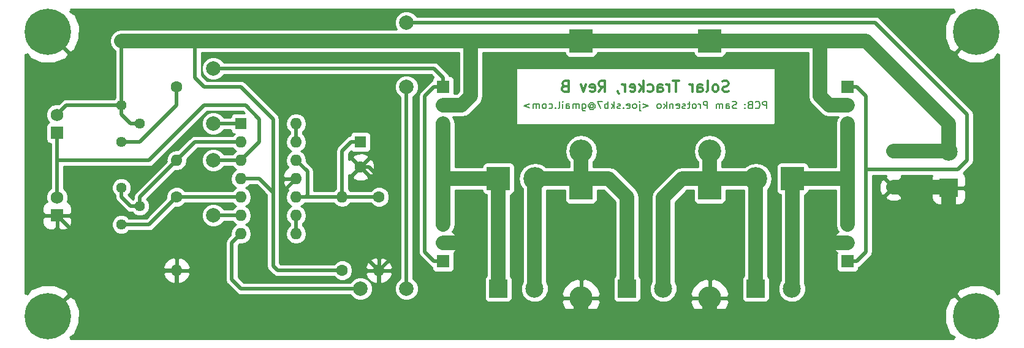
<source format=gbl>
G04 #@! TF.FileFunction,Copper,L2,Bot,Signal*
%FSLAX46Y46*%
G04 Gerber Fmt 4.6, Leading zero omitted, Abs format (unit mm)*
G04 Created by KiCad (PCBNEW 4.0.7+dfsg1-1) date Sat Dec  2 04:05:33 2017*
%MOMM*%
%LPD*%
G01*
G04 APERTURE LIST*
%ADD10C,0.100000*%
%ADD11C,0.200000*%
%ADD12C,0.300000*%
%ADD13R,2.500000X2.500000*%
%ADD14C,2.500000*%
%ADD15R,1.600000X1.600000*%
%ADD16O,1.600000X1.600000*%
%ADD17C,1.600000*%
%ADD18R,1.800000X1.800000*%
%ADD19O,1.800000X1.800000*%
%ADD20C,1.440000*%
%ADD21R,1.750000X1.750000*%
%ADD22C,1.750000*%
%ADD23R,3.200000X3.200000*%
%ADD24O,3.200000X3.200000*%
%ADD25C,6.400000*%
%ADD26C,2.000000*%
%ADD27C,0.500000*%
%ADD28C,2.000000*%
%ADD29C,0.254000*%
G04 APERTURE END LIST*
D10*
D11*
X128521905Y-39822381D02*
X128521905Y-38822381D01*
X128140952Y-38822381D01*
X128045714Y-38870000D01*
X127998095Y-38917619D01*
X127950476Y-39012857D01*
X127950476Y-39155714D01*
X127998095Y-39250952D01*
X128045714Y-39298571D01*
X128140952Y-39346190D01*
X128521905Y-39346190D01*
X126950476Y-39727143D02*
X126998095Y-39774762D01*
X127140952Y-39822381D01*
X127236190Y-39822381D01*
X127379048Y-39774762D01*
X127474286Y-39679524D01*
X127521905Y-39584286D01*
X127569524Y-39393810D01*
X127569524Y-39250952D01*
X127521905Y-39060476D01*
X127474286Y-38965238D01*
X127379048Y-38870000D01*
X127236190Y-38822381D01*
X127140952Y-38822381D01*
X126998095Y-38870000D01*
X126950476Y-38917619D01*
X126188571Y-39298571D02*
X126045714Y-39346190D01*
X125998095Y-39393810D01*
X125950476Y-39489048D01*
X125950476Y-39631905D01*
X125998095Y-39727143D01*
X126045714Y-39774762D01*
X126140952Y-39822381D01*
X126521905Y-39822381D01*
X126521905Y-38822381D01*
X126188571Y-38822381D01*
X126093333Y-38870000D01*
X126045714Y-38917619D01*
X125998095Y-39012857D01*
X125998095Y-39108095D01*
X126045714Y-39203333D01*
X126093333Y-39250952D01*
X126188571Y-39298571D01*
X126521905Y-39298571D01*
X125521905Y-39727143D02*
X125474286Y-39774762D01*
X125521905Y-39822381D01*
X125569524Y-39774762D01*
X125521905Y-39727143D01*
X125521905Y-39822381D01*
X125521905Y-39203333D02*
X125474286Y-39250952D01*
X125521905Y-39298571D01*
X125569524Y-39250952D01*
X125521905Y-39203333D01*
X125521905Y-39298571D01*
X124331429Y-39774762D02*
X124188572Y-39822381D01*
X123950476Y-39822381D01*
X123855238Y-39774762D01*
X123807619Y-39727143D01*
X123760000Y-39631905D01*
X123760000Y-39536667D01*
X123807619Y-39441429D01*
X123855238Y-39393810D01*
X123950476Y-39346190D01*
X124140953Y-39298571D01*
X124236191Y-39250952D01*
X124283810Y-39203333D01*
X124331429Y-39108095D01*
X124331429Y-39012857D01*
X124283810Y-38917619D01*
X124236191Y-38870000D01*
X124140953Y-38822381D01*
X123902857Y-38822381D01*
X123760000Y-38870000D01*
X122902857Y-39822381D02*
X122902857Y-39298571D01*
X122950476Y-39203333D01*
X123045714Y-39155714D01*
X123236191Y-39155714D01*
X123331429Y-39203333D01*
X122902857Y-39774762D02*
X122998095Y-39822381D01*
X123236191Y-39822381D01*
X123331429Y-39774762D01*
X123379048Y-39679524D01*
X123379048Y-39584286D01*
X123331429Y-39489048D01*
X123236191Y-39441429D01*
X122998095Y-39441429D01*
X122902857Y-39393810D01*
X122426667Y-39822381D02*
X122426667Y-39155714D01*
X122426667Y-39250952D02*
X122379048Y-39203333D01*
X122283810Y-39155714D01*
X122140952Y-39155714D01*
X122045714Y-39203333D01*
X121998095Y-39298571D01*
X121998095Y-39822381D01*
X121998095Y-39298571D02*
X121950476Y-39203333D01*
X121855238Y-39155714D01*
X121712381Y-39155714D01*
X121617143Y-39203333D01*
X121569524Y-39298571D01*
X121569524Y-39822381D01*
X120331429Y-39822381D02*
X120331429Y-38822381D01*
X119950476Y-38822381D01*
X119855238Y-38870000D01*
X119807619Y-38917619D01*
X119760000Y-39012857D01*
X119760000Y-39155714D01*
X119807619Y-39250952D01*
X119855238Y-39298571D01*
X119950476Y-39346190D01*
X120331429Y-39346190D01*
X119331429Y-39822381D02*
X119331429Y-39155714D01*
X119331429Y-39346190D02*
X119283810Y-39250952D01*
X119236191Y-39203333D01*
X119140953Y-39155714D01*
X119045714Y-39155714D01*
X118569524Y-39822381D02*
X118664762Y-39774762D01*
X118712381Y-39727143D01*
X118760000Y-39631905D01*
X118760000Y-39346190D01*
X118712381Y-39250952D01*
X118664762Y-39203333D01*
X118569524Y-39155714D01*
X118426666Y-39155714D01*
X118331428Y-39203333D01*
X118283809Y-39250952D01*
X118236190Y-39346190D01*
X118236190Y-39631905D01*
X118283809Y-39727143D01*
X118331428Y-39774762D01*
X118426666Y-39822381D01*
X118569524Y-39822381D01*
X117950476Y-39155714D02*
X117569524Y-39155714D01*
X117807619Y-38822381D02*
X117807619Y-39679524D01*
X117760000Y-39774762D01*
X117664762Y-39822381D01*
X117569524Y-39822381D01*
X117283809Y-39774762D02*
X117188571Y-39822381D01*
X116998095Y-39822381D01*
X116902856Y-39774762D01*
X116855237Y-39679524D01*
X116855237Y-39631905D01*
X116902856Y-39536667D01*
X116998095Y-39489048D01*
X117140952Y-39489048D01*
X117236190Y-39441429D01*
X117283809Y-39346190D01*
X117283809Y-39298571D01*
X117236190Y-39203333D01*
X117140952Y-39155714D01*
X116998095Y-39155714D01*
X116902856Y-39203333D01*
X116045713Y-39774762D02*
X116140951Y-39822381D01*
X116331428Y-39822381D01*
X116426666Y-39774762D01*
X116474285Y-39679524D01*
X116474285Y-39298571D01*
X116426666Y-39203333D01*
X116331428Y-39155714D01*
X116140951Y-39155714D01*
X116045713Y-39203333D01*
X115998094Y-39298571D01*
X115998094Y-39393810D01*
X116474285Y-39489048D01*
X115569523Y-39155714D02*
X115569523Y-39822381D01*
X115569523Y-39250952D02*
X115521904Y-39203333D01*
X115426666Y-39155714D01*
X115283808Y-39155714D01*
X115188570Y-39203333D01*
X115140951Y-39298571D01*
X115140951Y-39822381D01*
X114664761Y-39822381D02*
X114664761Y-38822381D01*
X114569523Y-39441429D02*
X114283808Y-39822381D01*
X114283808Y-39155714D02*
X114664761Y-39536667D01*
X113712380Y-39822381D02*
X113807618Y-39774762D01*
X113855237Y-39727143D01*
X113902856Y-39631905D01*
X113902856Y-39346190D01*
X113855237Y-39250952D01*
X113807618Y-39203333D01*
X113712380Y-39155714D01*
X113569522Y-39155714D01*
X113474284Y-39203333D01*
X113426665Y-39250952D01*
X113379046Y-39346190D01*
X113379046Y-39631905D01*
X113426665Y-39727143D01*
X113474284Y-39774762D01*
X113569522Y-39822381D01*
X113712380Y-39822381D01*
X111426665Y-39155714D02*
X112188570Y-39441429D01*
X111426665Y-39727143D01*
X110950475Y-39155714D02*
X110950475Y-40012857D01*
X110998094Y-40108095D01*
X111093332Y-40155714D01*
X111140951Y-40155714D01*
X110950475Y-38822381D02*
X110998094Y-38870000D01*
X110950475Y-38917619D01*
X110902856Y-38870000D01*
X110950475Y-38822381D01*
X110950475Y-38917619D01*
X110331428Y-39822381D02*
X110426666Y-39774762D01*
X110474285Y-39727143D01*
X110521904Y-39631905D01*
X110521904Y-39346190D01*
X110474285Y-39250952D01*
X110426666Y-39203333D01*
X110331428Y-39155714D01*
X110188570Y-39155714D01*
X110093332Y-39203333D01*
X110045713Y-39250952D01*
X109998094Y-39346190D01*
X109998094Y-39631905D01*
X110045713Y-39727143D01*
X110093332Y-39774762D01*
X110188570Y-39822381D01*
X110331428Y-39822381D01*
X109188570Y-39774762D02*
X109283808Y-39822381D01*
X109474285Y-39822381D01*
X109569523Y-39774762D01*
X109617142Y-39679524D01*
X109617142Y-39298571D01*
X109569523Y-39203333D01*
X109474285Y-39155714D01*
X109283808Y-39155714D01*
X109188570Y-39203333D01*
X109140951Y-39298571D01*
X109140951Y-39393810D01*
X109617142Y-39489048D01*
X108712380Y-39727143D02*
X108664761Y-39774762D01*
X108712380Y-39822381D01*
X108759999Y-39774762D01*
X108712380Y-39727143D01*
X108712380Y-39822381D01*
X108283809Y-39774762D02*
X108188571Y-39822381D01*
X107998095Y-39822381D01*
X107902856Y-39774762D01*
X107855237Y-39679524D01*
X107855237Y-39631905D01*
X107902856Y-39536667D01*
X107998095Y-39489048D01*
X108140952Y-39489048D01*
X108236190Y-39441429D01*
X108283809Y-39346190D01*
X108283809Y-39298571D01*
X108236190Y-39203333D01*
X108140952Y-39155714D01*
X107998095Y-39155714D01*
X107902856Y-39203333D01*
X107426666Y-39822381D02*
X107426666Y-38822381D01*
X107331428Y-39441429D02*
X107045713Y-39822381D01*
X107045713Y-39155714D02*
X107426666Y-39536667D01*
X106617142Y-39822381D02*
X106617142Y-38822381D01*
X106617142Y-39203333D02*
X106521904Y-39155714D01*
X106331427Y-39155714D01*
X106236189Y-39203333D01*
X106188570Y-39250952D01*
X106140951Y-39346190D01*
X106140951Y-39631905D01*
X106188570Y-39727143D01*
X106236189Y-39774762D01*
X106331427Y-39822381D01*
X106521904Y-39822381D01*
X106617142Y-39774762D01*
X105807618Y-38822381D02*
X105140951Y-38822381D01*
X105569523Y-39822381D01*
X104140951Y-39346190D02*
X104188570Y-39298571D01*
X104283808Y-39250952D01*
X104379046Y-39250952D01*
X104474284Y-39298571D01*
X104521904Y-39346190D01*
X104569523Y-39441429D01*
X104569523Y-39536667D01*
X104521904Y-39631905D01*
X104474284Y-39679524D01*
X104379046Y-39727143D01*
X104283808Y-39727143D01*
X104188570Y-39679524D01*
X104140951Y-39631905D01*
X104140951Y-39250952D02*
X104140951Y-39631905D01*
X104093332Y-39679524D01*
X104045713Y-39679524D01*
X103950475Y-39631905D01*
X103902856Y-39536667D01*
X103902856Y-39298571D01*
X103998094Y-39155714D01*
X104140951Y-39060476D01*
X104331427Y-39012857D01*
X104521904Y-39060476D01*
X104664761Y-39155714D01*
X104759999Y-39298571D01*
X104807618Y-39489048D01*
X104759999Y-39679524D01*
X104664761Y-39822381D01*
X104521904Y-39917619D01*
X104331427Y-39965238D01*
X104140951Y-39917619D01*
X103998094Y-39822381D01*
X103045713Y-39155714D02*
X103045713Y-39965238D01*
X103093332Y-40060476D01*
X103140951Y-40108095D01*
X103236190Y-40155714D01*
X103379047Y-40155714D01*
X103474285Y-40108095D01*
X103045713Y-39774762D02*
X103140951Y-39822381D01*
X103331428Y-39822381D01*
X103426666Y-39774762D01*
X103474285Y-39727143D01*
X103521904Y-39631905D01*
X103521904Y-39346190D01*
X103474285Y-39250952D01*
X103426666Y-39203333D01*
X103331428Y-39155714D01*
X103140951Y-39155714D01*
X103045713Y-39203333D01*
X102569523Y-39822381D02*
X102569523Y-39155714D01*
X102569523Y-39250952D02*
X102521904Y-39203333D01*
X102426666Y-39155714D01*
X102283808Y-39155714D01*
X102188570Y-39203333D01*
X102140951Y-39298571D01*
X102140951Y-39822381D01*
X102140951Y-39298571D02*
X102093332Y-39203333D01*
X101998094Y-39155714D01*
X101855237Y-39155714D01*
X101759999Y-39203333D01*
X101712380Y-39298571D01*
X101712380Y-39822381D01*
X100807618Y-39822381D02*
X100807618Y-39298571D01*
X100855237Y-39203333D01*
X100950475Y-39155714D01*
X101140952Y-39155714D01*
X101236190Y-39203333D01*
X100807618Y-39774762D02*
X100902856Y-39822381D01*
X101140952Y-39822381D01*
X101236190Y-39774762D01*
X101283809Y-39679524D01*
X101283809Y-39584286D01*
X101236190Y-39489048D01*
X101140952Y-39441429D01*
X100902856Y-39441429D01*
X100807618Y-39393810D01*
X100331428Y-39822381D02*
X100331428Y-39155714D01*
X100331428Y-38822381D02*
X100379047Y-38870000D01*
X100331428Y-38917619D01*
X100283809Y-38870000D01*
X100331428Y-38822381D01*
X100331428Y-38917619D01*
X99712381Y-39822381D02*
X99807619Y-39774762D01*
X99855238Y-39679524D01*
X99855238Y-38822381D01*
X99331428Y-39727143D02*
X99283809Y-39774762D01*
X99331428Y-39822381D01*
X99379047Y-39774762D01*
X99331428Y-39727143D01*
X99331428Y-39822381D01*
X98426666Y-39774762D02*
X98521904Y-39822381D01*
X98712381Y-39822381D01*
X98807619Y-39774762D01*
X98855238Y-39727143D01*
X98902857Y-39631905D01*
X98902857Y-39346190D01*
X98855238Y-39250952D01*
X98807619Y-39203333D01*
X98712381Y-39155714D01*
X98521904Y-39155714D01*
X98426666Y-39203333D01*
X97855238Y-39822381D02*
X97950476Y-39774762D01*
X97998095Y-39727143D01*
X98045714Y-39631905D01*
X98045714Y-39346190D01*
X97998095Y-39250952D01*
X97950476Y-39203333D01*
X97855238Y-39155714D01*
X97712380Y-39155714D01*
X97617142Y-39203333D01*
X97569523Y-39250952D01*
X97521904Y-39346190D01*
X97521904Y-39631905D01*
X97569523Y-39727143D01*
X97617142Y-39774762D01*
X97712380Y-39822381D01*
X97855238Y-39822381D01*
X97093333Y-39822381D02*
X97093333Y-39155714D01*
X97093333Y-39250952D02*
X97045714Y-39203333D01*
X96950476Y-39155714D01*
X96807618Y-39155714D01*
X96712380Y-39203333D01*
X96664761Y-39298571D01*
X96664761Y-39822381D01*
X96664761Y-39298571D02*
X96617142Y-39203333D01*
X96521904Y-39155714D01*
X96379047Y-39155714D01*
X96283809Y-39203333D01*
X96236190Y-39298571D01*
X96236190Y-39822381D01*
X95760000Y-39155714D02*
X94998095Y-39441429D01*
X95760000Y-39727143D01*
D12*
X123259999Y-37437143D02*
X123045713Y-37508571D01*
X122688570Y-37508571D01*
X122545713Y-37437143D01*
X122474284Y-37365714D01*
X122402856Y-37222857D01*
X122402856Y-37080000D01*
X122474284Y-36937143D01*
X122545713Y-36865714D01*
X122688570Y-36794286D01*
X122974284Y-36722857D01*
X123117142Y-36651429D01*
X123188570Y-36580000D01*
X123259999Y-36437143D01*
X123259999Y-36294286D01*
X123188570Y-36151429D01*
X123117142Y-36080000D01*
X122974284Y-36008571D01*
X122617142Y-36008571D01*
X122402856Y-36080000D01*
X121545713Y-37508571D02*
X121688571Y-37437143D01*
X121759999Y-37365714D01*
X121831428Y-37222857D01*
X121831428Y-36794286D01*
X121759999Y-36651429D01*
X121688571Y-36580000D01*
X121545713Y-36508571D01*
X121331428Y-36508571D01*
X121188571Y-36580000D01*
X121117142Y-36651429D01*
X121045713Y-36794286D01*
X121045713Y-37222857D01*
X121117142Y-37365714D01*
X121188571Y-37437143D01*
X121331428Y-37508571D01*
X121545713Y-37508571D01*
X120188570Y-37508571D02*
X120331428Y-37437143D01*
X120402856Y-37294286D01*
X120402856Y-36008571D01*
X118974285Y-37508571D02*
X118974285Y-36722857D01*
X119045714Y-36580000D01*
X119188571Y-36508571D01*
X119474285Y-36508571D01*
X119617142Y-36580000D01*
X118974285Y-37437143D02*
X119117142Y-37508571D01*
X119474285Y-37508571D01*
X119617142Y-37437143D01*
X119688571Y-37294286D01*
X119688571Y-37151429D01*
X119617142Y-37008571D01*
X119474285Y-36937143D01*
X119117142Y-36937143D01*
X118974285Y-36865714D01*
X118259999Y-37508571D02*
X118259999Y-36508571D01*
X118259999Y-36794286D02*
X118188571Y-36651429D01*
X118117142Y-36580000D01*
X117974285Y-36508571D01*
X117831428Y-36508571D01*
X116402857Y-36008571D02*
X115545714Y-36008571D01*
X115974285Y-37508571D02*
X115974285Y-36008571D01*
X115045714Y-37508571D02*
X115045714Y-36508571D01*
X115045714Y-36794286D02*
X114974286Y-36651429D01*
X114902857Y-36580000D01*
X114760000Y-36508571D01*
X114617143Y-36508571D01*
X113474286Y-37508571D02*
X113474286Y-36722857D01*
X113545715Y-36580000D01*
X113688572Y-36508571D01*
X113974286Y-36508571D01*
X114117143Y-36580000D01*
X113474286Y-37437143D02*
X113617143Y-37508571D01*
X113974286Y-37508571D01*
X114117143Y-37437143D01*
X114188572Y-37294286D01*
X114188572Y-37151429D01*
X114117143Y-37008571D01*
X113974286Y-36937143D01*
X113617143Y-36937143D01*
X113474286Y-36865714D01*
X112117143Y-37437143D02*
X112260000Y-37508571D01*
X112545714Y-37508571D01*
X112688572Y-37437143D01*
X112760000Y-37365714D01*
X112831429Y-37222857D01*
X112831429Y-36794286D01*
X112760000Y-36651429D01*
X112688572Y-36580000D01*
X112545714Y-36508571D01*
X112260000Y-36508571D01*
X112117143Y-36580000D01*
X111474286Y-37508571D02*
X111474286Y-36008571D01*
X111331429Y-36937143D02*
X110902858Y-37508571D01*
X110902858Y-36508571D02*
X111474286Y-37080000D01*
X109688572Y-37437143D02*
X109831429Y-37508571D01*
X110117143Y-37508571D01*
X110260000Y-37437143D01*
X110331429Y-37294286D01*
X110331429Y-36722857D01*
X110260000Y-36580000D01*
X110117143Y-36508571D01*
X109831429Y-36508571D01*
X109688572Y-36580000D01*
X109617143Y-36722857D01*
X109617143Y-36865714D01*
X110331429Y-37008571D01*
X108974286Y-37508571D02*
X108974286Y-36508571D01*
X108974286Y-36794286D02*
X108902858Y-36651429D01*
X108831429Y-36580000D01*
X108688572Y-36508571D01*
X108545715Y-36508571D01*
X107974287Y-37437143D02*
X107974287Y-37508571D01*
X108045715Y-37651429D01*
X108117144Y-37722857D01*
X105331429Y-37508571D02*
X105831429Y-36794286D01*
X106188572Y-37508571D02*
X106188572Y-36008571D01*
X105617144Y-36008571D01*
X105474286Y-36080000D01*
X105402858Y-36151429D01*
X105331429Y-36294286D01*
X105331429Y-36508571D01*
X105402858Y-36651429D01*
X105474286Y-36722857D01*
X105617144Y-36794286D01*
X106188572Y-36794286D01*
X104117144Y-37437143D02*
X104260001Y-37508571D01*
X104545715Y-37508571D01*
X104688572Y-37437143D01*
X104760001Y-37294286D01*
X104760001Y-36722857D01*
X104688572Y-36580000D01*
X104545715Y-36508571D01*
X104260001Y-36508571D01*
X104117144Y-36580000D01*
X104045715Y-36722857D01*
X104045715Y-36865714D01*
X104760001Y-37008571D01*
X103545715Y-36508571D02*
X103188572Y-37508571D01*
X102831430Y-36508571D01*
X100617144Y-36722857D02*
X100402858Y-36794286D01*
X100331430Y-36865714D01*
X100260001Y-37008571D01*
X100260001Y-37222857D01*
X100331430Y-37365714D01*
X100402858Y-37437143D01*
X100545716Y-37508571D01*
X101117144Y-37508571D01*
X101117144Y-36008571D01*
X100617144Y-36008571D01*
X100474287Y-36080000D01*
X100402858Y-36151429D01*
X100331430Y-36294286D01*
X100331430Y-36437143D01*
X100402858Y-36580000D01*
X100474287Y-36651429D01*
X100617144Y-36722857D01*
X101117144Y-36722857D01*
D13*
X127000000Y-64770000D03*
D14*
X132000000Y-64770000D03*
D15*
X55880000Y-41910000D03*
D16*
X63500000Y-57150000D03*
X55880000Y-44450000D03*
X63500000Y-54610000D03*
X55880000Y-46990000D03*
X63500000Y-52070000D03*
X55880000Y-49530000D03*
X63500000Y-49530000D03*
X55880000Y-52070000D03*
X63500000Y-46990000D03*
X55880000Y-54610000D03*
X63500000Y-44450000D03*
X55880000Y-57150000D03*
X63500000Y-41910000D03*
D13*
X153670000Y-50800000D03*
D14*
X153670000Y-45800000D03*
D17*
X146050000Y-45720000D03*
X146050000Y-50720000D03*
D15*
X72390000Y-44450000D03*
D17*
X72390000Y-47950000D03*
D13*
X109220000Y-64770000D03*
D14*
X114220000Y-64770000D03*
D18*
X83820000Y-36830000D03*
D19*
X83820000Y-39370000D03*
X83820000Y-41910000D03*
D18*
X139700000Y-36830000D03*
D19*
X139700000Y-39370000D03*
X139700000Y-41910000D03*
D18*
X83820000Y-60960000D03*
D19*
X83820000Y-58420000D03*
X83820000Y-55880000D03*
D18*
X139700000Y-60960000D03*
D19*
X139700000Y-58420000D03*
X139700000Y-55880000D03*
D17*
X46990000Y-36830000D03*
D16*
X46990000Y-46990000D03*
D17*
X46990000Y-52070000D03*
D16*
X46990000Y-62230000D03*
D17*
X69850000Y-62230000D03*
D16*
X69850000Y-52070000D03*
D17*
X74930000Y-52070000D03*
D16*
X74930000Y-62230000D03*
D20*
X39370000Y-39370000D03*
X41910000Y-41910000D03*
X39370000Y-44450000D03*
X39370000Y-50800000D03*
X41910000Y-53340000D03*
X39370000Y-55880000D03*
D13*
X91440000Y-64770000D03*
D14*
X96440000Y-64770000D03*
D21*
X30480000Y-43180000D03*
D22*
X30480000Y-40680000D03*
D21*
X30480000Y-54610000D03*
D22*
X30480000Y-52110000D03*
D23*
X91440000Y-49530000D03*
D24*
X96520000Y-49530000D03*
D23*
X132080000Y-49530000D03*
D24*
X127000000Y-49530000D03*
D23*
X102870000Y-30480000D03*
D24*
X102870000Y-45720000D03*
D23*
X120650000Y-30480000D03*
D24*
X120650000Y-45720000D03*
D23*
X102870000Y-50800000D03*
D24*
X102870000Y-66040000D03*
D23*
X120650000Y-50800000D03*
D24*
X120650000Y-66040000D03*
D25*
X29210000Y-29210000D03*
X157480000Y-29210000D03*
X29210000Y-68580000D03*
X157480000Y-68580000D03*
D26*
X52070000Y-34290000D03*
X52070000Y-41910000D03*
X72390000Y-64770000D03*
X78740000Y-64770000D03*
X78740000Y-36830000D03*
X78740000Y-27940000D03*
X52070000Y-46990000D03*
X52070000Y-54610000D03*
D27*
X46990000Y-62230000D02*
X38100000Y-62230000D01*
X38100000Y-62230000D02*
X30480000Y-54610000D01*
X46990000Y-62230000D02*
X46990000Y-68580000D01*
D28*
X153670000Y-50800000D02*
X153670000Y-57150000D01*
X153670000Y-57150000D02*
X142240000Y-68580000D01*
X142240000Y-68580000D02*
X135890000Y-68580000D01*
X120650000Y-66040000D02*
X120650000Y-68580000D01*
X102870000Y-66040000D02*
X102870000Y-68580000D01*
X139700000Y-58420000D02*
X137160000Y-58420000D01*
X135890000Y-59690000D02*
X135890000Y-68580000D01*
X137160000Y-58420000D02*
X135890000Y-59690000D01*
X83820000Y-58420000D02*
X86360000Y-58420000D01*
X87630000Y-59690000D02*
X87630000Y-68580000D01*
X86360000Y-58420000D02*
X87630000Y-59690000D01*
X87630000Y-68580000D02*
X74930000Y-68580000D01*
X146050000Y-50720000D02*
X153590000Y-50720000D01*
X153590000Y-50720000D02*
X153670000Y-50800000D01*
D27*
X63500000Y-49530000D02*
X61595000Y-51435000D01*
X61595000Y-51435000D02*
X61595000Y-57785000D01*
X61595000Y-57785000D02*
X63500000Y-59690000D01*
X63500000Y-59690000D02*
X72390000Y-59690000D01*
X72390000Y-59690000D02*
X74930000Y-62230000D01*
D28*
X39370000Y-68580000D02*
X46990000Y-68580000D01*
X46990000Y-68580000D02*
X73660000Y-68580000D01*
X73660000Y-68580000D02*
X74930000Y-68580000D01*
D27*
X74930000Y-62230000D02*
X74930000Y-68580000D01*
X74930000Y-62230000D02*
X76480001Y-60679999D01*
X76480001Y-60679999D02*
X76480001Y-50908631D01*
X73521370Y-47950000D02*
X72390000Y-47950000D01*
X76480001Y-50908631D02*
X73521370Y-47950000D01*
D28*
X102870000Y-68580000D02*
X87630000Y-68580000D01*
X135890000Y-68580000D02*
X120650000Y-68580000D01*
X120650000Y-68580000D02*
X102870000Y-68580000D01*
D27*
X63500000Y-52070000D02*
X64770000Y-52070000D01*
X64770000Y-52070000D02*
X69850000Y-52070000D01*
X65050001Y-48540001D02*
X65050001Y-51789999D01*
X65050001Y-51789999D02*
X64770000Y-52070000D01*
X63500000Y-46990000D02*
X65050001Y-48540001D01*
X69850000Y-52070000D02*
X74930000Y-52070000D01*
X72390000Y-44450000D02*
X71090000Y-44450000D01*
X71090000Y-44450000D02*
X69850000Y-45690000D01*
X69850000Y-45690000D02*
X69850000Y-50938630D01*
X69850000Y-50938630D02*
X69850000Y-52070000D01*
D28*
X102870000Y-50800000D02*
X102870000Y-45720000D01*
X109220000Y-64770000D02*
X109220000Y-52070000D01*
X106680000Y-49530000D02*
X102870000Y-49530000D01*
X109220000Y-52070000D02*
X106680000Y-49530000D01*
X96520000Y-49530000D02*
X102870000Y-49530000D01*
X96440000Y-64770000D02*
X96440000Y-49610000D01*
X96440000Y-49610000D02*
X96520000Y-49530000D01*
X96520000Y-64690000D02*
X96440000Y-64770000D01*
X120650000Y-50800000D02*
X120650000Y-45720000D01*
X114220000Y-64770000D02*
X114220000Y-52150000D01*
X116840000Y-49530000D02*
X120650000Y-49530000D01*
X114220000Y-52150000D02*
X116840000Y-49530000D01*
X127000000Y-49530000D02*
X120650000Y-49530000D01*
X127000000Y-49530000D02*
X127000000Y-64770000D01*
D27*
X73660000Y-34290000D02*
X82550000Y-34290000D01*
X55880000Y-41910000D02*
X52070000Y-41910000D01*
X52070000Y-34290000D02*
X73660000Y-34290000D01*
X83820000Y-35560000D02*
X83820000Y-36830000D01*
X82550000Y-34290000D02*
X83820000Y-35560000D01*
X83820000Y-36830000D02*
X82550000Y-36830000D01*
X82550000Y-60960000D02*
X83820000Y-60960000D01*
X81280000Y-59690000D02*
X82550000Y-60960000D01*
X81280000Y-38100000D02*
X81280000Y-59690000D01*
X82550000Y-36830000D02*
X81280000Y-38100000D01*
X143510000Y-27940000D02*
X78740000Y-27940000D01*
X156210000Y-40640000D02*
X143510000Y-27940000D01*
X156210000Y-46990000D02*
X156210000Y-40640000D01*
X142240000Y-48260000D02*
X154940000Y-48260000D01*
X78740000Y-36830000D02*
X78740000Y-64770000D01*
X54610000Y-58420000D02*
X55880000Y-57150000D01*
X54610000Y-58420000D02*
X54610000Y-63500000D01*
X54610000Y-63500000D02*
X55880000Y-64770000D01*
X55880000Y-64770000D02*
X72390000Y-64770000D01*
X154940000Y-48260000D02*
X156210000Y-46990000D01*
X139700000Y-36830000D02*
X140970000Y-36830000D01*
X140970000Y-60960000D02*
X139700000Y-60960000D01*
X142240000Y-59690000D02*
X140970000Y-60960000D01*
X142240000Y-38100000D02*
X142240000Y-48260000D01*
X142240000Y-48260000D02*
X142240000Y-59690000D01*
X140970000Y-36830000D02*
X142240000Y-38100000D01*
X39370000Y-44450000D02*
X41910000Y-44450000D01*
X46990000Y-39370000D02*
X46990000Y-36830000D01*
X41910000Y-44450000D02*
X46990000Y-39370000D01*
X46990000Y-36830000D02*
X46990000Y-36465602D01*
X39370000Y-52070000D02*
X39370000Y-50800000D01*
X40640000Y-53340000D02*
X39370000Y-52070000D01*
X41910000Y-53340000D02*
X40640000Y-53340000D01*
X46990000Y-46990000D02*
X41910000Y-52070000D01*
X41910000Y-53340000D02*
X41910000Y-52321767D01*
X46990000Y-46990000D02*
X49530000Y-44450000D01*
X49530000Y-44450000D02*
X55880000Y-44450000D01*
X41910000Y-52070000D02*
X41910000Y-53340000D01*
X41910000Y-55880000D02*
X43180000Y-55880000D01*
X39370000Y-55880000D02*
X41910000Y-55880000D01*
X43180000Y-55880000D02*
X46990000Y-52070000D01*
X55880000Y-52070000D02*
X48260000Y-52070000D01*
X48260000Y-52070000D02*
X46990000Y-52070000D01*
X63500000Y-54610000D02*
X63500000Y-57150000D01*
X63500000Y-41910000D02*
X63500000Y-44450000D01*
D28*
X91440000Y-49530000D02*
X83820000Y-49530000D01*
X91440000Y-49530000D02*
X91440000Y-64770000D01*
X83820000Y-41910000D02*
X83820000Y-49530000D01*
X83820000Y-49530000D02*
X83820000Y-55880000D01*
X132080000Y-49530000D02*
X139700000Y-49530000D01*
X132080000Y-49530000D02*
X132080000Y-64690000D01*
X132080000Y-64690000D02*
X132000000Y-64770000D01*
X132080000Y-64690000D02*
X132000000Y-64770000D01*
X139700000Y-41910000D02*
X139700000Y-49530000D01*
X139700000Y-49530000D02*
X139700000Y-55880000D01*
D27*
X39370000Y-40640000D02*
X39370000Y-39370000D01*
X40640000Y-41910000D02*
X39370000Y-40640000D01*
X41910000Y-41910000D02*
X40640000Y-41910000D01*
X30480000Y-40680000D02*
X30480000Y-40640000D01*
X30480000Y-40640000D02*
X31750000Y-39370000D01*
X31750000Y-39370000D02*
X39370000Y-39370000D01*
X39370000Y-36830000D02*
X39370000Y-39370000D01*
D28*
X153670000Y-45800000D02*
X153670000Y-41910000D01*
X153670000Y-41910000D02*
X142240000Y-30480000D01*
D27*
X49530000Y-30480000D02*
X49530000Y-35560000D01*
X50800000Y-36830000D02*
X55880000Y-36830000D01*
X55880000Y-36830000D02*
X60325000Y-41275000D01*
X49530000Y-35560000D02*
X50800000Y-36830000D01*
X60325000Y-41275000D02*
X60325000Y-51435000D01*
X39370000Y-36830000D02*
X39370000Y-30480000D01*
D28*
X59690000Y-30480000D02*
X87630000Y-30480000D01*
X59690000Y-30480000D02*
X49530000Y-30480000D01*
X49530000Y-30480000D02*
X39370000Y-30480000D01*
X139700000Y-39370000D02*
X137160000Y-39370000D01*
X135890000Y-38100000D02*
X135890000Y-30480000D01*
X137160000Y-39370000D02*
X135890000Y-38100000D01*
X83820000Y-39370000D02*
X86360000Y-39370000D01*
X86360000Y-39370000D02*
X87630000Y-38100000D01*
X87630000Y-38100000D02*
X87630000Y-30480000D01*
X142240000Y-30480000D02*
X135890000Y-30480000D01*
X135890000Y-30480000D02*
X120650000Y-30480000D01*
X120650000Y-30480000D02*
X102870000Y-30480000D01*
X102870000Y-30480000D02*
X87630000Y-30480000D01*
X146050000Y-45720000D02*
X153590000Y-45720000D01*
X153590000Y-45720000D02*
X153670000Y-45800000D01*
D27*
X60325000Y-51435000D02*
X60325000Y-61595000D01*
X68580000Y-62230000D02*
X69850000Y-62230000D01*
X60325000Y-61595000D02*
X60960000Y-62230000D01*
X60960000Y-62230000D02*
X68580000Y-62230000D01*
X59690000Y-50800000D02*
X60325000Y-51435000D01*
X59690000Y-50800000D02*
X58420000Y-49530000D01*
X58420000Y-49530000D02*
X55880000Y-49530000D01*
X30480000Y-46990000D02*
X43180000Y-46990000D01*
X56515000Y-39370000D02*
X58420000Y-41275000D01*
X58420000Y-41275000D02*
X58420000Y-44450000D01*
X58420000Y-44450000D02*
X55880000Y-46990000D01*
X50800000Y-39370000D02*
X56515000Y-39370000D01*
X44450000Y-45720000D02*
X50800000Y-39370000D01*
X43180000Y-46990000D02*
X44450000Y-45720000D01*
X30480000Y-45720000D02*
X30480000Y-43180000D01*
X30480000Y-52070000D02*
X30480000Y-46990000D01*
X30480000Y-46990000D02*
X30480000Y-45720000D01*
X55880000Y-46990000D02*
X52070000Y-46990000D01*
X52070000Y-54610000D02*
X55880000Y-54610000D01*
D29*
G36*
X154260827Y-26170435D02*
X154462500Y-26372108D01*
X153824430Y-26711054D01*
X153146389Y-28300200D01*
X153128101Y-30027856D01*
X153772349Y-31631001D01*
X153824430Y-31708946D01*
X154462502Y-32047893D01*
X157300395Y-29210000D01*
X157286253Y-29195858D01*
X157465858Y-29016253D01*
X157480000Y-29030395D01*
X157494143Y-29016253D01*
X157673748Y-29195858D01*
X157659605Y-29210000D01*
X157673748Y-29224143D01*
X157494143Y-29403748D01*
X157480000Y-29389605D01*
X154642107Y-32227498D01*
X154981054Y-32865570D01*
X156570200Y-33543611D01*
X158297856Y-33561899D01*
X159901001Y-32917651D01*
X159978946Y-32865570D01*
X160317892Y-32227500D01*
X160519565Y-32429173D01*
X160605000Y-32343738D01*
X160605000Y-65446262D01*
X160519565Y-65360827D01*
X160317892Y-65562500D01*
X159978946Y-64924430D01*
X158389800Y-64246389D01*
X156662144Y-64228101D01*
X155058999Y-64872349D01*
X154981054Y-64924430D01*
X154642107Y-65562502D01*
X157480000Y-68400395D01*
X157494143Y-68386253D01*
X157673748Y-68565858D01*
X157659605Y-68580000D01*
X157673748Y-68594143D01*
X157494143Y-68773748D01*
X157480000Y-68759605D01*
X157465858Y-68773748D01*
X157286253Y-68594143D01*
X157300395Y-68580000D01*
X154462502Y-65742107D01*
X153824430Y-66081054D01*
X153146389Y-67670200D01*
X153128101Y-69397856D01*
X153772349Y-71001001D01*
X153824430Y-71078946D01*
X154462500Y-71417892D01*
X154260827Y-71619565D01*
X154346262Y-71705000D01*
X32343738Y-71705000D01*
X32429173Y-71619565D01*
X32227500Y-71417892D01*
X32865570Y-71078946D01*
X33543611Y-69489800D01*
X33561899Y-67762144D01*
X32917651Y-66158999D01*
X32865570Y-66081054D01*
X32227498Y-65742107D01*
X29389605Y-68580000D01*
X29403748Y-68594143D01*
X29224143Y-68773748D01*
X29210000Y-68759605D01*
X29195858Y-68773748D01*
X29016253Y-68594143D01*
X29030395Y-68580000D01*
X29016253Y-68565858D01*
X29195858Y-68386253D01*
X29210000Y-68400395D01*
X32047893Y-65562502D01*
X31708946Y-64924430D01*
X30119800Y-64246389D01*
X28392144Y-64228101D01*
X26788999Y-64872349D01*
X26711054Y-64924430D01*
X26372108Y-65562500D01*
X26170435Y-65360827D01*
X26085000Y-65446262D01*
X26085000Y-62658740D01*
X45094886Y-62658740D01*
X45403215Y-63351333D01*
X45953117Y-63873213D01*
X46561261Y-64125107D01*
X46863000Y-63882377D01*
X46863000Y-62357000D01*
X47117000Y-62357000D01*
X47117000Y-63882377D01*
X47418739Y-64125107D01*
X48026883Y-63873213D01*
X48576785Y-63351333D01*
X48885114Y-62658740D01*
X48643102Y-62357000D01*
X47117000Y-62357000D01*
X46863000Y-62357000D01*
X45336898Y-62357000D01*
X45094886Y-62658740D01*
X26085000Y-62658740D01*
X26085000Y-61801260D01*
X45094886Y-61801260D01*
X45336898Y-62103000D01*
X46863000Y-62103000D01*
X46863000Y-60577623D01*
X47117000Y-60577623D01*
X47117000Y-62103000D01*
X48643102Y-62103000D01*
X48885114Y-61801260D01*
X48576785Y-61108667D01*
X48026883Y-60586787D01*
X47418739Y-60334893D01*
X47117000Y-60577623D01*
X46863000Y-60577623D01*
X46561261Y-60334893D01*
X45953117Y-60586787D01*
X45403215Y-61108667D01*
X45094886Y-61801260D01*
X26085000Y-61801260D01*
X26085000Y-55022750D01*
X28462000Y-55022750D01*
X28462000Y-55712357D01*
X28636011Y-56132458D01*
X28957543Y-56453989D01*
X29377643Y-56628000D01*
X30067250Y-56628000D01*
X30353000Y-56342250D01*
X30353000Y-54737000D01*
X30607000Y-54737000D01*
X30607000Y-56342250D01*
X30892750Y-56628000D01*
X31582357Y-56628000D01*
X32002457Y-56453989D01*
X32323989Y-56132458D01*
X32498000Y-55712357D01*
X32498000Y-55022750D01*
X32212250Y-54737000D01*
X30607000Y-54737000D01*
X30353000Y-54737000D01*
X28747750Y-54737000D01*
X28462000Y-55022750D01*
X26085000Y-55022750D01*
X26085000Y-53507643D01*
X28462000Y-53507643D01*
X28462000Y-54197250D01*
X28747750Y-54483000D01*
X30353000Y-54483000D01*
X30353000Y-54463000D01*
X30607000Y-54463000D01*
X30607000Y-54483000D01*
X32212250Y-54483000D01*
X32498000Y-54197250D01*
X32498000Y-53507643D01*
X32323989Y-53087542D01*
X32002457Y-52766011D01*
X31866064Y-52709515D01*
X31989738Y-52411675D01*
X31990262Y-51810960D01*
X31760862Y-51255771D01*
X31365000Y-50859217D01*
X31365000Y-47875000D01*
X43179995Y-47875000D01*
X43180000Y-47875001D01*
X43462484Y-47818810D01*
X43518675Y-47807633D01*
X43805790Y-47615790D01*
X43805791Y-47615789D01*
X45075787Y-46345792D01*
X45075790Y-46345790D01*
X51166579Y-40255000D01*
X56148420Y-40255000D01*
X56355980Y-40462560D01*
X55080000Y-40462560D01*
X54844683Y-40506838D01*
X54628559Y-40645910D01*
X54483569Y-40858110D01*
X54449773Y-41025000D01*
X53473398Y-41025000D01*
X53456894Y-40985057D01*
X52997363Y-40524722D01*
X52396648Y-40275284D01*
X51746205Y-40274716D01*
X51145057Y-40523106D01*
X50684722Y-40982637D01*
X50435284Y-41583352D01*
X50434716Y-42233795D01*
X50683106Y-42834943D01*
X51142637Y-43295278D01*
X51743352Y-43544716D01*
X52393795Y-43545284D01*
X52994943Y-43296894D01*
X53455278Y-42837363D01*
X53472869Y-42795000D01*
X54448554Y-42795000D01*
X54476838Y-42945317D01*
X54615910Y-43161441D01*
X54828110Y-43306431D01*
X54983089Y-43337815D01*
X54837189Y-43435302D01*
X54750527Y-43565000D01*
X49530000Y-43565000D01*
X49191325Y-43632367D01*
X48904210Y-43824210D01*
X48904208Y-43824213D01*
X47166438Y-45561983D01*
X46990000Y-45526887D01*
X46440849Y-45636120D01*
X45975302Y-45947189D01*
X45664233Y-46412736D01*
X45555000Y-46961887D01*
X45555000Y-47018113D01*
X45580767Y-47147654D01*
X41284210Y-51444210D01*
X41092367Y-51731325D01*
X41085669Y-51765000D01*
X41024999Y-52070000D01*
X41025000Y-52070005D01*
X41025000Y-52308868D01*
X40942652Y-52391072D01*
X40318912Y-51767332D01*
X40518043Y-51568548D01*
X40724764Y-51070709D01*
X40725235Y-50531656D01*
X40519383Y-50033457D01*
X40138548Y-49651957D01*
X39640709Y-49445236D01*
X39101656Y-49444765D01*
X38603457Y-49650617D01*
X38221957Y-50031452D01*
X38015236Y-50529291D01*
X38014765Y-51068344D01*
X38220617Y-51566543D01*
X38485000Y-51831388D01*
X38485000Y-52069995D01*
X38484999Y-52070000D01*
X38535080Y-52321767D01*
X38552367Y-52408675D01*
X38730318Y-52674999D01*
X38744210Y-52695790D01*
X40014208Y-53965787D01*
X40014210Y-53965790D01*
X40156477Y-54060849D01*
X40301325Y-54157633D01*
X40640000Y-54225001D01*
X40640005Y-54225000D01*
X40878868Y-54225000D01*
X41141452Y-54488043D01*
X41639291Y-54694764D01*
X42178344Y-54695235D01*
X42676543Y-54489383D01*
X43058043Y-54108548D01*
X43264764Y-53610709D01*
X43265235Y-53071656D01*
X43059383Y-52573457D01*
X42858928Y-52372652D01*
X46813562Y-48418017D01*
X46990000Y-48453113D01*
X47539151Y-48343880D01*
X48004698Y-48032811D01*
X48315767Y-47567264D01*
X48425000Y-47018113D01*
X48425000Y-46961887D01*
X48399233Y-46832347D01*
X49896579Y-45335000D01*
X54750527Y-45335000D01*
X54837189Y-45464698D01*
X55219275Y-45720000D01*
X54837189Y-45975302D01*
X54750527Y-46105000D01*
X53473398Y-46105000D01*
X53456894Y-46065057D01*
X52997363Y-45604722D01*
X52396648Y-45355284D01*
X51746205Y-45354716D01*
X51145057Y-45603106D01*
X50684722Y-46062637D01*
X50435284Y-46663352D01*
X50434716Y-47313795D01*
X50683106Y-47914943D01*
X51142637Y-48375278D01*
X51743352Y-48624716D01*
X52393795Y-48625284D01*
X52994943Y-48376894D01*
X53455278Y-47917363D01*
X53472869Y-47875000D01*
X54750527Y-47875000D01*
X54837189Y-48004698D01*
X55219275Y-48260000D01*
X54837189Y-48515302D01*
X54526120Y-48980849D01*
X54416887Y-49530000D01*
X54526120Y-50079151D01*
X54837189Y-50544698D01*
X55219275Y-50800000D01*
X54837189Y-51055302D01*
X54750527Y-51185000D01*
X48134171Y-51185000D01*
X47803923Y-50854176D01*
X47276691Y-50635250D01*
X46705813Y-50634752D01*
X46178200Y-50852757D01*
X45774176Y-51256077D01*
X45555250Y-51783309D01*
X45554840Y-52253581D01*
X42813420Y-54995000D01*
X40401132Y-54995000D01*
X40138548Y-54731957D01*
X39640709Y-54525236D01*
X39101656Y-54524765D01*
X38603457Y-54730617D01*
X38221957Y-55111452D01*
X38015236Y-55609291D01*
X38014765Y-56148344D01*
X38220617Y-56646543D01*
X38601452Y-57028043D01*
X39099291Y-57234764D01*
X39638344Y-57235235D01*
X40136543Y-57029383D01*
X40401388Y-56765000D01*
X43179995Y-56765000D01*
X43180000Y-56765001D01*
X43462484Y-56708810D01*
X43518675Y-56697633D01*
X43805790Y-56505790D01*
X46806739Y-53504840D01*
X47274187Y-53505248D01*
X47801800Y-53287243D01*
X48134623Y-52955000D01*
X54750527Y-52955000D01*
X54837189Y-53084698D01*
X55219275Y-53340000D01*
X54837189Y-53595302D01*
X54750527Y-53725000D01*
X53473398Y-53725000D01*
X53456894Y-53685057D01*
X52997363Y-53224722D01*
X52396648Y-52975284D01*
X51746205Y-52974716D01*
X51145057Y-53223106D01*
X50684722Y-53682637D01*
X50435284Y-54283352D01*
X50434716Y-54933795D01*
X50683106Y-55534943D01*
X51142637Y-55995278D01*
X51743352Y-56244716D01*
X52393795Y-56245284D01*
X52994943Y-55996894D01*
X53455278Y-55537363D01*
X53472869Y-55495000D01*
X54750527Y-55495000D01*
X54837189Y-55624698D01*
X55219275Y-55880000D01*
X54837189Y-56135302D01*
X54526120Y-56600849D01*
X54416887Y-57150000D01*
X54451983Y-57326438D01*
X53984210Y-57794210D01*
X53792367Y-58081325D01*
X53792367Y-58081326D01*
X53724999Y-58420000D01*
X53725000Y-58420005D01*
X53725000Y-63499995D01*
X53724999Y-63500000D01*
X53765504Y-63703628D01*
X53792367Y-63838675D01*
X53943132Y-64064312D01*
X53984210Y-64125790D01*
X55254208Y-65395787D01*
X55254210Y-65395790D01*
X55503714Y-65562502D01*
X55541325Y-65587633D01*
X55880000Y-65655001D01*
X55880005Y-65655000D01*
X70986602Y-65655000D01*
X71003106Y-65694943D01*
X71462637Y-66155278D01*
X72063352Y-66404716D01*
X72713795Y-66405284D01*
X73314943Y-66156894D01*
X73775278Y-65697363D01*
X74024716Y-65096648D01*
X74025284Y-64446205D01*
X73776894Y-63845057D01*
X73317363Y-63384722D01*
X72716648Y-63135284D01*
X72066205Y-63134716D01*
X71465057Y-63383106D01*
X71004722Y-63842637D01*
X70987131Y-63885000D01*
X56246579Y-63885000D01*
X55495000Y-63133420D01*
X55495000Y-58786580D01*
X55722347Y-58559233D01*
X55851887Y-58585000D01*
X55908113Y-58585000D01*
X56457264Y-58475767D01*
X56922811Y-58164698D01*
X57233880Y-57699151D01*
X57343113Y-57150000D01*
X57233880Y-56600849D01*
X56922811Y-56135302D01*
X56540725Y-55880000D01*
X56922811Y-55624698D01*
X57233880Y-55159151D01*
X57343113Y-54610000D01*
X57233880Y-54060849D01*
X56922811Y-53595302D01*
X56540725Y-53340000D01*
X56922811Y-53084698D01*
X57233880Y-52619151D01*
X57343113Y-52070000D01*
X57233880Y-51520849D01*
X56922811Y-51055302D01*
X56540725Y-50800000D01*
X56922811Y-50544698D01*
X57009473Y-50415000D01*
X58053420Y-50415000D01*
X59064208Y-51425787D01*
X59064210Y-51425790D01*
X59440000Y-51801579D01*
X59440000Y-61594995D01*
X59439999Y-61595000D01*
X59492712Y-61860000D01*
X59507367Y-61933675D01*
X59615372Y-62095317D01*
X59699210Y-62220790D01*
X60334208Y-62855787D01*
X60334210Y-62855790D01*
X60435649Y-62923569D01*
X60621326Y-63047634D01*
X60960000Y-63115001D01*
X60960005Y-63115000D01*
X68705829Y-63115000D01*
X69036077Y-63445824D01*
X69563309Y-63664750D01*
X70134187Y-63665248D01*
X70661800Y-63447243D01*
X71065824Y-63043923D01*
X71225766Y-62658740D01*
X73034886Y-62658740D01*
X73343215Y-63351333D01*
X73893117Y-63873213D01*
X74501261Y-64125107D01*
X74803000Y-63882377D01*
X74803000Y-62357000D01*
X75057000Y-62357000D01*
X75057000Y-63882377D01*
X75358739Y-64125107D01*
X75966883Y-63873213D01*
X76516785Y-63351333D01*
X76825114Y-62658740D01*
X76583102Y-62357000D01*
X75057000Y-62357000D01*
X74803000Y-62357000D01*
X73276898Y-62357000D01*
X73034886Y-62658740D01*
X71225766Y-62658740D01*
X71284750Y-62516691D01*
X71285248Y-61945813D01*
X71225520Y-61801260D01*
X73034886Y-61801260D01*
X73276898Y-62103000D01*
X74803000Y-62103000D01*
X74803000Y-60577623D01*
X75057000Y-60577623D01*
X75057000Y-62103000D01*
X76583102Y-62103000D01*
X76825114Y-61801260D01*
X76516785Y-61108667D01*
X75966883Y-60586787D01*
X75358739Y-60334893D01*
X75057000Y-60577623D01*
X74803000Y-60577623D01*
X74501261Y-60334893D01*
X73893117Y-60586787D01*
X73343215Y-61108667D01*
X73034886Y-61801260D01*
X71225520Y-61801260D01*
X71067243Y-61418200D01*
X70663923Y-61014176D01*
X70136691Y-60795250D01*
X69565813Y-60794752D01*
X69038200Y-61012757D01*
X68705377Y-61345000D01*
X61326579Y-61345000D01*
X61210000Y-61228420D01*
X61210000Y-51435005D01*
X61210001Y-51435000D01*
X61210000Y-51434995D01*
X61210000Y-49101261D01*
X61604893Y-49101261D01*
X61847623Y-49403000D01*
X63373000Y-49403000D01*
X63373000Y-49383000D01*
X63627000Y-49383000D01*
X63627000Y-49403000D01*
X63647000Y-49403000D01*
X63647000Y-49657000D01*
X63627000Y-49657000D01*
X63627000Y-49677000D01*
X63373000Y-49677000D01*
X63373000Y-49657000D01*
X61847623Y-49657000D01*
X61604893Y-49958739D01*
X61856787Y-50566883D01*
X62378667Y-51116785D01*
X62407524Y-51129631D01*
X62146120Y-51520849D01*
X62036887Y-52070000D01*
X62146120Y-52619151D01*
X62457189Y-53084698D01*
X62839275Y-53340000D01*
X62457189Y-53595302D01*
X62146120Y-54060849D01*
X62036887Y-54610000D01*
X62146120Y-55159151D01*
X62457189Y-55624698D01*
X62615000Y-55730144D01*
X62615000Y-56029856D01*
X62457189Y-56135302D01*
X62146120Y-56600849D01*
X62036887Y-57150000D01*
X62146120Y-57699151D01*
X62457189Y-58164698D01*
X62922736Y-58475767D01*
X63471887Y-58585000D01*
X63528113Y-58585000D01*
X64077264Y-58475767D01*
X64542811Y-58164698D01*
X64853880Y-57699151D01*
X64963113Y-57150000D01*
X64853880Y-56600849D01*
X64542811Y-56135302D01*
X64385000Y-56029856D01*
X64385000Y-55730144D01*
X64542811Y-55624698D01*
X64853880Y-55159151D01*
X64963113Y-54610000D01*
X64853880Y-54060849D01*
X64542811Y-53595302D01*
X64160725Y-53340000D01*
X64542811Y-53084698D01*
X64629473Y-52955000D01*
X64769995Y-52955000D01*
X64770000Y-52955001D01*
X64770005Y-52955000D01*
X68729856Y-52955000D01*
X68835302Y-53112811D01*
X69300849Y-53423880D01*
X69850000Y-53533113D01*
X70399151Y-53423880D01*
X70864698Y-53112811D01*
X70970144Y-52955000D01*
X73785829Y-52955000D01*
X74116077Y-53285824D01*
X74643309Y-53504750D01*
X75214187Y-53505248D01*
X75741800Y-53287243D01*
X76145824Y-52883923D01*
X76364750Y-52356691D01*
X76365248Y-51785813D01*
X76147243Y-51258200D01*
X75743923Y-50854176D01*
X75216691Y-50635250D01*
X74645813Y-50634752D01*
X74118200Y-50852757D01*
X73785377Y-51185000D01*
X70970144Y-51185000D01*
X70864698Y-51027189D01*
X70735000Y-50940527D01*
X70735000Y-49235203D01*
X71284402Y-49235203D01*
X71330699Y-49624068D01*
X72051971Y-49902014D01*
X72824706Y-49882784D01*
X73449301Y-49624068D01*
X73495598Y-49235203D01*
X72390000Y-48129605D01*
X71284402Y-49235203D01*
X70735000Y-49235203D01*
X70735000Y-49011571D01*
X71104797Y-49055598D01*
X72210395Y-47950000D01*
X72569605Y-47950000D01*
X73675203Y-49055598D01*
X74064068Y-49009301D01*
X74342014Y-48288029D01*
X74322784Y-47515294D01*
X74064068Y-46890699D01*
X73675203Y-46844402D01*
X72569605Y-47950000D01*
X72210395Y-47950000D01*
X71104797Y-46844402D01*
X70735000Y-46888429D01*
X70735000Y-46664797D01*
X71284402Y-46664797D01*
X72390000Y-47770395D01*
X73495598Y-46664797D01*
X73449301Y-46275932D01*
X72728029Y-45997986D01*
X71955294Y-46017216D01*
X71330699Y-46275932D01*
X71284402Y-46664797D01*
X70735000Y-46664797D01*
X70735000Y-46056580D01*
X71111904Y-45679675D01*
X71125910Y-45701441D01*
X71338110Y-45846431D01*
X71590000Y-45897440D01*
X73190000Y-45897440D01*
X73425317Y-45853162D01*
X73641441Y-45714090D01*
X73786431Y-45501890D01*
X73837440Y-45250000D01*
X73837440Y-43650000D01*
X73793162Y-43414683D01*
X73654090Y-43198559D01*
X73441890Y-43053569D01*
X73190000Y-43002560D01*
X71590000Y-43002560D01*
X71354683Y-43046838D01*
X71138559Y-43185910D01*
X70993569Y-43398110D01*
X70954307Y-43591991D01*
X70807516Y-43621190D01*
X70751325Y-43632367D01*
X70464210Y-43824210D01*
X70464208Y-43824213D01*
X69224210Y-45064210D01*
X69032367Y-45351325D01*
X69031580Y-45355284D01*
X68964999Y-45690000D01*
X68965000Y-45690005D01*
X68965000Y-50940527D01*
X68835302Y-51027189D01*
X68729856Y-51185000D01*
X65935001Y-51185000D01*
X65935001Y-48540001D01*
X65867634Y-48201326D01*
X65675791Y-47914211D01*
X65675788Y-47914209D01*
X64928017Y-47166438D01*
X64963113Y-46990000D01*
X64853880Y-46440849D01*
X64542811Y-45975302D01*
X64160725Y-45720000D01*
X64542811Y-45464698D01*
X64853880Y-44999151D01*
X64963113Y-44450000D01*
X64853880Y-43900849D01*
X64542811Y-43435302D01*
X64385000Y-43329856D01*
X64385000Y-43030144D01*
X64542811Y-42924698D01*
X64853880Y-42459151D01*
X64963113Y-41910000D01*
X64853880Y-41360849D01*
X64542811Y-40895302D01*
X64077264Y-40584233D01*
X63528113Y-40475000D01*
X63471887Y-40475000D01*
X62922736Y-40584233D01*
X62457189Y-40895302D01*
X62146120Y-41360849D01*
X62036887Y-41910000D01*
X62146120Y-42459151D01*
X62457189Y-42924698D01*
X62615000Y-43030144D01*
X62615000Y-43329856D01*
X62457189Y-43435302D01*
X62146120Y-43900849D01*
X62036887Y-44450000D01*
X62146120Y-44999151D01*
X62457189Y-45464698D01*
X62839275Y-45720000D01*
X62457189Y-45975302D01*
X62146120Y-46440849D01*
X62036887Y-46990000D01*
X62146120Y-47539151D01*
X62407524Y-47930369D01*
X62378667Y-47943215D01*
X61856787Y-48493117D01*
X61604893Y-49101261D01*
X61210000Y-49101261D01*
X61210000Y-41275005D01*
X61210001Y-41275000D01*
X61142633Y-40936325D01*
X61101445Y-40874683D01*
X60950790Y-40649210D01*
X60950787Y-40649208D01*
X57455375Y-37153795D01*
X77104716Y-37153795D01*
X77353106Y-37754943D01*
X77812637Y-38215278D01*
X77855000Y-38232869D01*
X77855000Y-63366602D01*
X77815057Y-63383106D01*
X77354722Y-63842637D01*
X77105284Y-64443352D01*
X77104716Y-65093795D01*
X77353106Y-65694943D01*
X77812637Y-66155278D01*
X78413352Y-66404716D01*
X79063795Y-66405284D01*
X79664943Y-66156894D01*
X80125278Y-65697363D01*
X80374716Y-65096648D01*
X80375284Y-64446205D01*
X80126894Y-63845057D01*
X79667363Y-63384722D01*
X79625000Y-63367131D01*
X79625000Y-38233398D01*
X79664943Y-38216894D01*
X80125278Y-37757363D01*
X80374716Y-37156648D01*
X80375284Y-36506205D01*
X80126894Y-35905057D01*
X79667363Y-35444722D01*
X79066648Y-35195284D01*
X78416205Y-35194716D01*
X77815057Y-35443106D01*
X77354722Y-35902637D01*
X77105284Y-36503352D01*
X77104716Y-37153795D01*
X57455375Y-37153795D01*
X56505790Y-36204210D01*
X56390127Y-36126927D01*
X56218675Y-36012367D01*
X56162484Y-36001190D01*
X55880000Y-35944999D01*
X55879995Y-35945000D01*
X51166579Y-35945000D01*
X50415000Y-35193420D01*
X50415000Y-32115000D01*
X85995000Y-32115000D01*
X85995000Y-37422761D01*
X85682760Y-37735000D01*
X85366427Y-37735000D01*
X85367440Y-37730000D01*
X85367440Y-35930000D01*
X85323162Y-35694683D01*
X85184090Y-35478559D01*
X84971890Y-35333569D01*
X84720000Y-35282560D01*
X84649814Y-35282560D01*
X84637633Y-35221325D01*
X84620233Y-35195284D01*
X84445790Y-34934210D01*
X84445787Y-34934208D01*
X83175790Y-33664210D01*
X82888675Y-33472367D01*
X82832484Y-33461190D01*
X82550000Y-33404999D01*
X82549995Y-33405000D01*
X53473398Y-33405000D01*
X53456894Y-33365057D01*
X52997363Y-32904722D01*
X52396648Y-32655284D01*
X51746205Y-32654716D01*
X51145057Y-32903106D01*
X50684722Y-33362637D01*
X50435284Y-33963352D01*
X50434716Y-34613795D01*
X50683106Y-35214943D01*
X51142637Y-35675278D01*
X51743352Y-35924716D01*
X52393795Y-35925284D01*
X52994943Y-35676894D01*
X53455278Y-35217363D01*
X53472869Y-35175000D01*
X82183420Y-35175000D01*
X82472071Y-35463650D01*
X82468559Y-35465910D01*
X82323569Y-35678110D01*
X82272560Y-35930000D01*
X82272560Y-36000186D01*
X82211325Y-36012367D01*
X81924210Y-36204210D01*
X81924208Y-36204213D01*
X80654210Y-37474210D01*
X80462367Y-37761325D01*
X80462367Y-37761326D01*
X80394999Y-38100000D01*
X80395000Y-38100005D01*
X80395000Y-59689995D01*
X80394999Y-59690000D01*
X80421790Y-59824683D01*
X80462367Y-60028675D01*
X80558571Y-60172655D01*
X80654210Y-60315790D01*
X81924208Y-61585787D01*
X81924210Y-61585790D01*
X82211325Y-61777633D01*
X82272560Y-61789814D01*
X82272560Y-61860000D01*
X82316838Y-62095317D01*
X82455910Y-62311441D01*
X82668110Y-62456431D01*
X82920000Y-62507440D01*
X84720000Y-62507440D01*
X84955317Y-62463162D01*
X85171441Y-62324090D01*
X85316431Y-62111890D01*
X85367440Y-61860000D01*
X85367440Y-60060000D01*
X85323162Y-59824683D01*
X85295458Y-59781630D01*
X85492224Y-59593689D01*
X85814085Y-58864415D01*
X85573306Y-58547000D01*
X83947000Y-58547000D01*
X83947000Y-58567000D01*
X83693000Y-58567000D01*
X83693000Y-58547000D01*
X83673000Y-58547000D01*
X83673000Y-58293000D01*
X83693000Y-58293000D01*
X83693000Y-58273000D01*
X83947000Y-58273000D01*
X83947000Y-58293000D01*
X85573306Y-58293000D01*
X85814085Y-57975585D01*
X85492224Y-57246311D01*
X85091452Y-56863512D01*
X85330543Y-56505687D01*
X85455000Y-55880000D01*
X85455000Y-51165000D01*
X89199146Y-51165000D01*
X89236838Y-51365317D01*
X89375910Y-51581441D01*
X89588110Y-51726431D01*
X89805000Y-51770352D01*
X89805000Y-63013156D01*
X89738559Y-63055910D01*
X89593569Y-63268110D01*
X89542560Y-63520000D01*
X89542560Y-66020000D01*
X89586838Y-66255317D01*
X89725910Y-66471441D01*
X89938110Y-66616431D01*
X90190000Y-66667440D01*
X92690000Y-66667440D01*
X92925317Y-66623162D01*
X93141441Y-66484090D01*
X93286431Y-66271890D01*
X93337440Y-66020000D01*
X93337440Y-63520000D01*
X93293162Y-63284683D01*
X93154090Y-63068559D01*
X93075000Y-63014519D01*
X93075000Y-51770854D01*
X93275317Y-51733162D01*
X93491441Y-51594090D01*
X93636431Y-51381890D01*
X93687440Y-51130000D01*
X93687440Y-49530000D01*
X94241214Y-49530000D01*
X94411343Y-50385297D01*
X94805000Y-50974447D01*
X94805000Y-63792129D01*
X94555328Y-64393405D01*
X94554674Y-65143305D01*
X94841043Y-65836372D01*
X95370839Y-66367093D01*
X96063405Y-66654672D01*
X96813305Y-66655326D01*
X96961539Y-66594077D01*
X100183538Y-66594077D01*
X100600069Y-67579965D01*
X101362176Y-68331407D01*
X102315924Y-68726456D01*
X102743000Y-68493966D01*
X102743000Y-66167000D01*
X102997000Y-66167000D01*
X102997000Y-68493966D01*
X103424076Y-68726456D01*
X104377824Y-68331407D01*
X105139931Y-67579965D01*
X105556462Y-66594077D01*
X105324314Y-66167000D01*
X102997000Y-66167000D01*
X102743000Y-66167000D01*
X100415686Y-66167000D01*
X100183538Y-66594077D01*
X96961539Y-66594077D01*
X97506372Y-66368957D01*
X98037093Y-65839161D01*
X98183770Y-65485923D01*
X100183538Y-65485923D01*
X100415686Y-65913000D01*
X102743000Y-65913000D01*
X102743000Y-63586034D01*
X102997000Y-63586034D01*
X102997000Y-65913000D01*
X105324314Y-65913000D01*
X105556462Y-65485923D01*
X105139931Y-64500035D01*
X104377824Y-63748593D01*
X103424076Y-63353544D01*
X102997000Y-63586034D01*
X102743000Y-63586034D01*
X102315924Y-63353544D01*
X101362176Y-63748593D01*
X100600069Y-64500035D01*
X100183538Y-65485923D01*
X98183770Y-65485923D01*
X98324672Y-65146595D01*
X98325326Y-64396695D01*
X98075000Y-63790859D01*
X98075000Y-51165000D01*
X100622560Y-51165000D01*
X100622560Y-52400000D01*
X100666838Y-52635317D01*
X100805910Y-52851441D01*
X101018110Y-52996431D01*
X101270000Y-53047440D01*
X104470000Y-53047440D01*
X104705317Y-53003162D01*
X104921441Y-52864090D01*
X105066431Y-52651890D01*
X105117440Y-52400000D01*
X105117440Y-51165000D01*
X106002760Y-51165000D01*
X107585000Y-52747239D01*
X107585000Y-63013156D01*
X107518559Y-63055910D01*
X107373569Y-63268110D01*
X107322560Y-63520000D01*
X107322560Y-66020000D01*
X107366838Y-66255317D01*
X107505910Y-66471441D01*
X107718110Y-66616431D01*
X107970000Y-66667440D01*
X110470000Y-66667440D01*
X110705317Y-66623162D01*
X110921441Y-66484090D01*
X111066431Y-66271890D01*
X111117440Y-66020000D01*
X111117440Y-65143305D01*
X112334674Y-65143305D01*
X112621043Y-65836372D01*
X113150839Y-66367093D01*
X113843405Y-66654672D01*
X114593305Y-66655326D01*
X114741539Y-66594077D01*
X117963538Y-66594077D01*
X118380069Y-67579965D01*
X119142176Y-68331407D01*
X120095924Y-68726456D01*
X120523000Y-68493966D01*
X120523000Y-66167000D01*
X120777000Y-66167000D01*
X120777000Y-68493966D01*
X121204076Y-68726456D01*
X122157824Y-68331407D01*
X122919931Y-67579965D01*
X123336462Y-66594077D01*
X123104314Y-66167000D01*
X120777000Y-66167000D01*
X120523000Y-66167000D01*
X118195686Y-66167000D01*
X117963538Y-66594077D01*
X114741539Y-66594077D01*
X115286372Y-66368957D01*
X115817093Y-65839161D01*
X115963770Y-65485923D01*
X117963538Y-65485923D01*
X118195686Y-65913000D01*
X120523000Y-65913000D01*
X120523000Y-63586034D01*
X120777000Y-63586034D01*
X120777000Y-65913000D01*
X123104314Y-65913000D01*
X123336462Y-65485923D01*
X122919931Y-64500035D01*
X122157824Y-63748593D01*
X121204076Y-63353544D01*
X120777000Y-63586034D01*
X120523000Y-63586034D01*
X120095924Y-63353544D01*
X119142176Y-63748593D01*
X118380069Y-64500035D01*
X117963538Y-65485923D01*
X115963770Y-65485923D01*
X116104672Y-65146595D01*
X116105326Y-64396695D01*
X115855000Y-63790859D01*
X115855000Y-52827240D01*
X117517239Y-51165000D01*
X118402560Y-51165000D01*
X118402560Y-52400000D01*
X118446838Y-52635317D01*
X118585910Y-52851441D01*
X118798110Y-52996431D01*
X119050000Y-53047440D01*
X122250000Y-53047440D01*
X122485317Y-53003162D01*
X122701441Y-52864090D01*
X122846431Y-52651890D01*
X122897440Y-52400000D01*
X122897440Y-51165000D01*
X125365000Y-51165000D01*
X125365000Y-63013156D01*
X125298559Y-63055910D01*
X125153569Y-63268110D01*
X125102560Y-63520000D01*
X125102560Y-66020000D01*
X125146838Y-66255317D01*
X125285910Y-66471441D01*
X125498110Y-66616431D01*
X125750000Y-66667440D01*
X128250000Y-66667440D01*
X128485317Y-66623162D01*
X128701441Y-66484090D01*
X128846431Y-66271890D01*
X128897440Y-66020000D01*
X128897440Y-63520000D01*
X128853162Y-63284683D01*
X128714090Y-63068559D01*
X128635000Y-63014519D01*
X128635000Y-51094176D01*
X129108657Y-50385297D01*
X129278786Y-49530000D01*
X129108657Y-48674703D01*
X128624170Y-47949616D01*
X127899083Y-47465129D01*
X127043786Y-47295000D01*
X126956214Y-47295000D01*
X126100917Y-47465129D01*
X125457569Y-47895000D01*
X122285000Y-47895000D01*
X122285000Y-47262431D01*
X122714871Y-46619083D01*
X122885000Y-45763786D01*
X122885000Y-45676214D01*
X122714871Y-44820917D01*
X122230384Y-44095830D01*
X121505297Y-43611343D01*
X120650000Y-43441214D01*
X119794703Y-43611343D01*
X119069616Y-44095830D01*
X118585129Y-44820917D01*
X118415000Y-45676214D01*
X118415000Y-45763786D01*
X118585129Y-46619083D01*
X119015000Y-47262431D01*
X119015000Y-47895000D01*
X116840005Y-47895000D01*
X116840000Y-47894999D01*
X116288511Y-48004698D01*
X116214313Y-48019457D01*
X115683880Y-48373880D01*
X115683878Y-48373883D01*
X113063880Y-50993880D01*
X112709457Y-51524312D01*
X112584999Y-52150000D01*
X112585000Y-52150005D01*
X112585000Y-63792129D01*
X112335328Y-64393405D01*
X112334674Y-65143305D01*
X111117440Y-65143305D01*
X111117440Y-63520000D01*
X111073162Y-63284683D01*
X110934090Y-63068559D01*
X110855000Y-63014519D01*
X110855000Y-52070000D01*
X110730543Y-51444313D01*
X110376120Y-50913880D01*
X110376117Y-50913878D01*
X107836120Y-48373880D01*
X107305688Y-48019457D01*
X106680000Y-47894999D01*
X106679995Y-47895000D01*
X104505000Y-47895000D01*
X104505000Y-47262431D01*
X104934871Y-46619083D01*
X105105000Y-45763786D01*
X105105000Y-45676214D01*
X104934871Y-44820917D01*
X104450384Y-44095830D01*
X103725297Y-43611343D01*
X102870000Y-43441214D01*
X102014703Y-43611343D01*
X101289616Y-44095830D01*
X100805129Y-44820917D01*
X100635000Y-45676214D01*
X100635000Y-45763786D01*
X100805129Y-46619083D01*
X101235000Y-47262431D01*
X101235000Y-47895000D01*
X98062431Y-47895000D01*
X97419083Y-47465129D01*
X96563786Y-47295000D01*
X96476214Y-47295000D01*
X95620917Y-47465129D01*
X94895830Y-47949616D01*
X94411343Y-48674703D01*
X94241214Y-49530000D01*
X93687440Y-49530000D01*
X93687440Y-47930000D01*
X93643162Y-47694683D01*
X93504090Y-47478559D01*
X93291890Y-47333569D01*
X93040000Y-47282560D01*
X89840000Y-47282560D01*
X89604683Y-47326838D01*
X89388559Y-47465910D01*
X89243569Y-47678110D01*
X89199648Y-47895000D01*
X85455000Y-47895000D01*
X85455000Y-41910000D01*
X85330543Y-41284313D01*
X85143913Y-41005000D01*
X86359995Y-41005000D01*
X86360000Y-41005001D01*
X86985688Y-40880543D01*
X87516120Y-40526120D01*
X88786117Y-39256122D01*
X88786120Y-39256120D01*
X89012289Y-38917633D01*
X89140543Y-38725688D01*
X89265000Y-38100000D01*
X89265000Y-34290000D01*
X93853000Y-34290000D01*
X93853000Y-41910000D01*
X93861685Y-41956159D01*
X93888965Y-41998553D01*
X93930590Y-42026994D01*
X93980000Y-42037000D01*
X129540000Y-42037000D01*
X129586159Y-42028315D01*
X129628553Y-42001035D01*
X129656994Y-41959410D01*
X129667000Y-41910000D01*
X129667000Y-34290000D01*
X129658315Y-34243841D01*
X129631035Y-34201447D01*
X129589410Y-34173006D01*
X129540000Y-34163000D01*
X93980000Y-34163000D01*
X93933841Y-34171685D01*
X93891447Y-34198965D01*
X93863006Y-34240590D01*
X93853000Y-34290000D01*
X89265000Y-34290000D01*
X89265000Y-32115000D01*
X100629146Y-32115000D01*
X100666838Y-32315317D01*
X100805910Y-32531441D01*
X101018110Y-32676431D01*
X101270000Y-32727440D01*
X104470000Y-32727440D01*
X104705317Y-32683162D01*
X104921441Y-32544090D01*
X105066431Y-32331890D01*
X105110352Y-32115000D01*
X118409146Y-32115000D01*
X118446838Y-32315317D01*
X118585910Y-32531441D01*
X118798110Y-32676431D01*
X119050000Y-32727440D01*
X122250000Y-32727440D01*
X122485317Y-32683162D01*
X122701441Y-32544090D01*
X122846431Y-32331890D01*
X122890352Y-32115000D01*
X134255000Y-32115000D01*
X134255000Y-38099995D01*
X134254999Y-38100000D01*
X134379457Y-38725688D01*
X134733880Y-39256120D01*
X136003878Y-40526117D01*
X136003880Y-40526120D01*
X136321851Y-40738581D01*
X136534312Y-40880543D01*
X137160000Y-41005000D01*
X138376087Y-41005000D01*
X138189457Y-41284313D01*
X138065000Y-41910000D01*
X138065000Y-47895000D01*
X134320854Y-47895000D01*
X134283162Y-47694683D01*
X134144090Y-47478559D01*
X133931890Y-47333569D01*
X133680000Y-47282560D01*
X130480000Y-47282560D01*
X130244683Y-47326838D01*
X130028559Y-47465910D01*
X129883569Y-47678110D01*
X129832560Y-47930000D01*
X129832560Y-51130000D01*
X129876838Y-51365317D01*
X130015910Y-51581441D01*
X130228110Y-51726431D01*
X130445000Y-51770352D01*
X130445000Y-63658819D01*
X130402907Y-63700839D01*
X130115328Y-64393405D01*
X130114674Y-65143305D01*
X130401043Y-65836372D01*
X130930839Y-66367093D01*
X131623405Y-66654672D01*
X132373305Y-66655326D01*
X133066372Y-66368957D01*
X133597093Y-65839161D01*
X133884672Y-65146595D01*
X133885326Y-64396695D01*
X133715000Y-63984474D01*
X133715000Y-51770854D01*
X133915317Y-51733162D01*
X134131441Y-51594090D01*
X134276431Y-51381890D01*
X134320352Y-51165000D01*
X138065000Y-51165000D01*
X138065000Y-55880000D01*
X138189457Y-56505687D01*
X138428548Y-56863512D01*
X138027776Y-57246311D01*
X137705915Y-57975585D01*
X137946694Y-58293000D01*
X139573000Y-58293000D01*
X139573000Y-58273000D01*
X139827000Y-58273000D01*
X139827000Y-58293000D01*
X139847000Y-58293000D01*
X139847000Y-58547000D01*
X139827000Y-58547000D01*
X139827000Y-58567000D01*
X139573000Y-58567000D01*
X139573000Y-58547000D01*
X137946694Y-58547000D01*
X137705915Y-58864415D01*
X138027776Y-59593689D01*
X138222799Y-59779966D01*
X138203569Y-59808110D01*
X138152560Y-60060000D01*
X138152560Y-61860000D01*
X138196838Y-62095317D01*
X138335910Y-62311441D01*
X138548110Y-62456431D01*
X138800000Y-62507440D01*
X140600000Y-62507440D01*
X140835317Y-62463162D01*
X141051441Y-62324090D01*
X141196431Y-62111890D01*
X141247440Y-61860000D01*
X141247440Y-61789813D01*
X141252484Y-61788810D01*
X141308675Y-61777633D01*
X141595790Y-61585790D01*
X141595791Y-61585789D01*
X142865787Y-60315792D01*
X142865790Y-60315790D01*
X143057633Y-60028675D01*
X143098210Y-59824683D01*
X143125001Y-59690000D01*
X143125000Y-59689995D01*
X143125000Y-52005203D01*
X144944402Y-52005203D01*
X144990699Y-52394068D01*
X145711971Y-52672014D01*
X146484706Y-52652784D01*
X147109301Y-52394068D01*
X147155598Y-52005203D01*
X146050000Y-50899605D01*
X144944402Y-52005203D01*
X143125000Y-52005203D01*
X143125000Y-50381971D01*
X144097986Y-50381971D01*
X144117216Y-51154706D01*
X144375932Y-51779301D01*
X144764797Y-51825598D01*
X145870395Y-50720000D01*
X146229605Y-50720000D01*
X147335203Y-51825598D01*
X147724068Y-51779301D01*
X147942391Y-51212750D01*
X151277000Y-51212750D01*
X151277000Y-52277357D01*
X151451011Y-52697458D01*
X151772543Y-53018989D01*
X152192643Y-53193000D01*
X153257250Y-53193000D01*
X153543000Y-52907250D01*
X153543000Y-50927000D01*
X153797000Y-50927000D01*
X153797000Y-52907250D01*
X154082750Y-53193000D01*
X155147357Y-53193000D01*
X155567457Y-53018989D01*
X155888989Y-52697458D01*
X156063000Y-52277357D01*
X156063000Y-51212750D01*
X155777250Y-50927000D01*
X153797000Y-50927000D01*
X153543000Y-50927000D01*
X151562750Y-50927000D01*
X151277000Y-51212750D01*
X147942391Y-51212750D01*
X148002014Y-51058029D01*
X147982784Y-50285294D01*
X147724068Y-49660699D01*
X147335203Y-49614402D01*
X146229605Y-50720000D01*
X145870395Y-50720000D01*
X144764797Y-49614402D01*
X144375932Y-49660699D01*
X144097986Y-50381971D01*
X143125000Y-50381971D01*
X143125000Y-49145000D01*
X144978904Y-49145000D01*
X144944402Y-49434797D01*
X146050000Y-50540395D01*
X147155598Y-49434797D01*
X147121096Y-49145000D01*
X151350582Y-49145000D01*
X151277000Y-49322643D01*
X151277000Y-50387250D01*
X151562750Y-50673000D01*
X153543000Y-50673000D01*
X153543000Y-50653000D01*
X153797000Y-50653000D01*
X153797000Y-50673000D01*
X155777250Y-50673000D01*
X156063000Y-50387250D01*
X156063000Y-49322643D01*
X155888989Y-48902542D01*
X155719013Y-48732567D01*
X156835787Y-47615792D01*
X156835790Y-47615790D01*
X157027633Y-47328675D01*
X157031240Y-47310543D01*
X157095001Y-46990000D01*
X157095000Y-46989995D01*
X157095000Y-40640005D01*
X157095001Y-40640000D01*
X157027633Y-40301325D01*
X157010043Y-40275000D01*
X156835790Y-40014210D01*
X156835787Y-40014208D01*
X144135790Y-27314210D01*
X143848675Y-27122367D01*
X143792484Y-27111190D01*
X143510000Y-27054999D01*
X143509995Y-27055000D01*
X80143398Y-27055000D01*
X80126894Y-27015057D01*
X79667363Y-26554722D01*
X79066648Y-26305284D01*
X78416205Y-26304716D01*
X77815057Y-26553106D01*
X77354722Y-27012637D01*
X77105284Y-27613352D01*
X77104716Y-28263795D01*
X77344866Y-28845000D01*
X39370000Y-28845000D01*
X38744313Y-28969457D01*
X38213880Y-29323880D01*
X37859457Y-29854313D01*
X37735000Y-30480000D01*
X37859457Y-31105687D01*
X38213880Y-31636120D01*
X38485000Y-31817276D01*
X38485000Y-38338868D01*
X38338612Y-38485000D01*
X31750005Y-38485000D01*
X31750000Y-38484999D01*
X31411325Y-38552367D01*
X31124210Y-38744210D01*
X31124208Y-38744213D01*
X30698231Y-39170189D01*
X30180960Y-39169738D01*
X29625771Y-39399138D01*
X29200630Y-39823537D01*
X28970262Y-40378325D01*
X28969738Y-40979040D01*
X29199138Y-41534229D01*
X29367717Y-41703103D01*
X29153559Y-41840910D01*
X29008569Y-42053110D01*
X28957560Y-42305000D01*
X28957560Y-44055000D01*
X29001838Y-44290317D01*
X29140910Y-44506441D01*
X29353110Y-44651431D01*
X29595000Y-44700415D01*
X29595000Y-50859855D01*
X29200630Y-51253537D01*
X28970262Y-51808325D01*
X28969738Y-52409040D01*
X29093899Y-52709531D01*
X28957543Y-52766011D01*
X28636011Y-53087542D01*
X28462000Y-53507643D01*
X26085000Y-53507643D01*
X26085000Y-32343738D01*
X26170435Y-32429173D01*
X26372108Y-32227500D01*
X26711054Y-32865570D01*
X28300200Y-33543611D01*
X30027856Y-33561899D01*
X31631001Y-32917651D01*
X31708946Y-32865570D01*
X32047893Y-32227498D01*
X29210000Y-29389605D01*
X29195858Y-29403748D01*
X29016253Y-29224143D01*
X29030395Y-29210000D01*
X29016253Y-29195858D01*
X29195858Y-29016253D01*
X29210000Y-29030395D01*
X29224143Y-29016253D01*
X29403748Y-29195858D01*
X29389605Y-29210000D01*
X32227498Y-32047893D01*
X32865570Y-31708946D01*
X33543611Y-30119800D01*
X33561899Y-28392144D01*
X32917651Y-26788999D01*
X32865570Y-26711054D01*
X32227500Y-26372108D01*
X32429173Y-26170435D01*
X32343738Y-26085000D01*
X154346262Y-26085000D01*
X154260827Y-26170435D01*
X154260827Y-26170435D01*
G37*
X154260827Y-26170435D02*
X154462500Y-26372108D01*
X153824430Y-26711054D01*
X153146389Y-28300200D01*
X153128101Y-30027856D01*
X153772349Y-31631001D01*
X153824430Y-31708946D01*
X154462502Y-32047893D01*
X157300395Y-29210000D01*
X157286253Y-29195858D01*
X157465858Y-29016253D01*
X157480000Y-29030395D01*
X157494143Y-29016253D01*
X157673748Y-29195858D01*
X157659605Y-29210000D01*
X157673748Y-29224143D01*
X157494143Y-29403748D01*
X157480000Y-29389605D01*
X154642107Y-32227498D01*
X154981054Y-32865570D01*
X156570200Y-33543611D01*
X158297856Y-33561899D01*
X159901001Y-32917651D01*
X159978946Y-32865570D01*
X160317892Y-32227500D01*
X160519565Y-32429173D01*
X160605000Y-32343738D01*
X160605000Y-65446262D01*
X160519565Y-65360827D01*
X160317892Y-65562500D01*
X159978946Y-64924430D01*
X158389800Y-64246389D01*
X156662144Y-64228101D01*
X155058999Y-64872349D01*
X154981054Y-64924430D01*
X154642107Y-65562502D01*
X157480000Y-68400395D01*
X157494143Y-68386253D01*
X157673748Y-68565858D01*
X157659605Y-68580000D01*
X157673748Y-68594143D01*
X157494143Y-68773748D01*
X157480000Y-68759605D01*
X157465858Y-68773748D01*
X157286253Y-68594143D01*
X157300395Y-68580000D01*
X154462502Y-65742107D01*
X153824430Y-66081054D01*
X153146389Y-67670200D01*
X153128101Y-69397856D01*
X153772349Y-71001001D01*
X153824430Y-71078946D01*
X154462500Y-71417892D01*
X154260827Y-71619565D01*
X154346262Y-71705000D01*
X32343738Y-71705000D01*
X32429173Y-71619565D01*
X32227500Y-71417892D01*
X32865570Y-71078946D01*
X33543611Y-69489800D01*
X33561899Y-67762144D01*
X32917651Y-66158999D01*
X32865570Y-66081054D01*
X32227498Y-65742107D01*
X29389605Y-68580000D01*
X29403748Y-68594143D01*
X29224143Y-68773748D01*
X29210000Y-68759605D01*
X29195858Y-68773748D01*
X29016253Y-68594143D01*
X29030395Y-68580000D01*
X29016253Y-68565858D01*
X29195858Y-68386253D01*
X29210000Y-68400395D01*
X32047893Y-65562502D01*
X31708946Y-64924430D01*
X30119800Y-64246389D01*
X28392144Y-64228101D01*
X26788999Y-64872349D01*
X26711054Y-64924430D01*
X26372108Y-65562500D01*
X26170435Y-65360827D01*
X26085000Y-65446262D01*
X26085000Y-62658740D01*
X45094886Y-62658740D01*
X45403215Y-63351333D01*
X45953117Y-63873213D01*
X46561261Y-64125107D01*
X46863000Y-63882377D01*
X46863000Y-62357000D01*
X47117000Y-62357000D01*
X47117000Y-63882377D01*
X47418739Y-64125107D01*
X48026883Y-63873213D01*
X48576785Y-63351333D01*
X48885114Y-62658740D01*
X48643102Y-62357000D01*
X47117000Y-62357000D01*
X46863000Y-62357000D01*
X45336898Y-62357000D01*
X45094886Y-62658740D01*
X26085000Y-62658740D01*
X26085000Y-61801260D01*
X45094886Y-61801260D01*
X45336898Y-62103000D01*
X46863000Y-62103000D01*
X46863000Y-60577623D01*
X47117000Y-60577623D01*
X47117000Y-62103000D01*
X48643102Y-62103000D01*
X48885114Y-61801260D01*
X48576785Y-61108667D01*
X48026883Y-60586787D01*
X47418739Y-60334893D01*
X47117000Y-60577623D01*
X46863000Y-60577623D01*
X46561261Y-60334893D01*
X45953117Y-60586787D01*
X45403215Y-61108667D01*
X45094886Y-61801260D01*
X26085000Y-61801260D01*
X26085000Y-55022750D01*
X28462000Y-55022750D01*
X28462000Y-55712357D01*
X28636011Y-56132458D01*
X28957543Y-56453989D01*
X29377643Y-56628000D01*
X30067250Y-56628000D01*
X30353000Y-56342250D01*
X30353000Y-54737000D01*
X30607000Y-54737000D01*
X30607000Y-56342250D01*
X30892750Y-56628000D01*
X31582357Y-56628000D01*
X32002457Y-56453989D01*
X32323989Y-56132458D01*
X32498000Y-55712357D01*
X32498000Y-55022750D01*
X32212250Y-54737000D01*
X30607000Y-54737000D01*
X30353000Y-54737000D01*
X28747750Y-54737000D01*
X28462000Y-55022750D01*
X26085000Y-55022750D01*
X26085000Y-53507643D01*
X28462000Y-53507643D01*
X28462000Y-54197250D01*
X28747750Y-54483000D01*
X30353000Y-54483000D01*
X30353000Y-54463000D01*
X30607000Y-54463000D01*
X30607000Y-54483000D01*
X32212250Y-54483000D01*
X32498000Y-54197250D01*
X32498000Y-53507643D01*
X32323989Y-53087542D01*
X32002457Y-52766011D01*
X31866064Y-52709515D01*
X31989738Y-52411675D01*
X31990262Y-51810960D01*
X31760862Y-51255771D01*
X31365000Y-50859217D01*
X31365000Y-47875000D01*
X43179995Y-47875000D01*
X43180000Y-47875001D01*
X43462484Y-47818810D01*
X43518675Y-47807633D01*
X43805790Y-47615790D01*
X43805791Y-47615789D01*
X45075787Y-46345792D01*
X45075790Y-46345790D01*
X51166579Y-40255000D01*
X56148420Y-40255000D01*
X56355980Y-40462560D01*
X55080000Y-40462560D01*
X54844683Y-40506838D01*
X54628559Y-40645910D01*
X54483569Y-40858110D01*
X54449773Y-41025000D01*
X53473398Y-41025000D01*
X53456894Y-40985057D01*
X52997363Y-40524722D01*
X52396648Y-40275284D01*
X51746205Y-40274716D01*
X51145057Y-40523106D01*
X50684722Y-40982637D01*
X50435284Y-41583352D01*
X50434716Y-42233795D01*
X50683106Y-42834943D01*
X51142637Y-43295278D01*
X51743352Y-43544716D01*
X52393795Y-43545284D01*
X52994943Y-43296894D01*
X53455278Y-42837363D01*
X53472869Y-42795000D01*
X54448554Y-42795000D01*
X54476838Y-42945317D01*
X54615910Y-43161441D01*
X54828110Y-43306431D01*
X54983089Y-43337815D01*
X54837189Y-43435302D01*
X54750527Y-43565000D01*
X49530000Y-43565000D01*
X49191325Y-43632367D01*
X48904210Y-43824210D01*
X48904208Y-43824213D01*
X47166438Y-45561983D01*
X46990000Y-45526887D01*
X46440849Y-45636120D01*
X45975302Y-45947189D01*
X45664233Y-46412736D01*
X45555000Y-46961887D01*
X45555000Y-47018113D01*
X45580767Y-47147654D01*
X41284210Y-51444210D01*
X41092367Y-51731325D01*
X41085669Y-51765000D01*
X41024999Y-52070000D01*
X41025000Y-52070005D01*
X41025000Y-52308868D01*
X40942652Y-52391072D01*
X40318912Y-51767332D01*
X40518043Y-51568548D01*
X40724764Y-51070709D01*
X40725235Y-50531656D01*
X40519383Y-50033457D01*
X40138548Y-49651957D01*
X39640709Y-49445236D01*
X39101656Y-49444765D01*
X38603457Y-49650617D01*
X38221957Y-50031452D01*
X38015236Y-50529291D01*
X38014765Y-51068344D01*
X38220617Y-51566543D01*
X38485000Y-51831388D01*
X38485000Y-52069995D01*
X38484999Y-52070000D01*
X38535080Y-52321767D01*
X38552367Y-52408675D01*
X38730318Y-52674999D01*
X38744210Y-52695790D01*
X40014208Y-53965787D01*
X40014210Y-53965790D01*
X40156477Y-54060849D01*
X40301325Y-54157633D01*
X40640000Y-54225001D01*
X40640005Y-54225000D01*
X40878868Y-54225000D01*
X41141452Y-54488043D01*
X41639291Y-54694764D01*
X42178344Y-54695235D01*
X42676543Y-54489383D01*
X43058043Y-54108548D01*
X43264764Y-53610709D01*
X43265235Y-53071656D01*
X43059383Y-52573457D01*
X42858928Y-52372652D01*
X46813562Y-48418017D01*
X46990000Y-48453113D01*
X47539151Y-48343880D01*
X48004698Y-48032811D01*
X48315767Y-47567264D01*
X48425000Y-47018113D01*
X48425000Y-46961887D01*
X48399233Y-46832347D01*
X49896579Y-45335000D01*
X54750527Y-45335000D01*
X54837189Y-45464698D01*
X55219275Y-45720000D01*
X54837189Y-45975302D01*
X54750527Y-46105000D01*
X53473398Y-46105000D01*
X53456894Y-46065057D01*
X52997363Y-45604722D01*
X52396648Y-45355284D01*
X51746205Y-45354716D01*
X51145057Y-45603106D01*
X50684722Y-46062637D01*
X50435284Y-46663352D01*
X50434716Y-47313795D01*
X50683106Y-47914943D01*
X51142637Y-48375278D01*
X51743352Y-48624716D01*
X52393795Y-48625284D01*
X52994943Y-48376894D01*
X53455278Y-47917363D01*
X53472869Y-47875000D01*
X54750527Y-47875000D01*
X54837189Y-48004698D01*
X55219275Y-48260000D01*
X54837189Y-48515302D01*
X54526120Y-48980849D01*
X54416887Y-49530000D01*
X54526120Y-50079151D01*
X54837189Y-50544698D01*
X55219275Y-50800000D01*
X54837189Y-51055302D01*
X54750527Y-51185000D01*
X48134171Y-51185000D01*
X47803923Y-50854176D01*
X47276691Y-50635250D01*
X46705813Y-50634752D01*
X46178200Y-50852757D01*
X45774176Y-51256077D01*
X45555250Y-51783309D01*
X45554840Y-52253581D01*
X42813420Y-54995000D01*
X40401132Y-54995000D01*
X40138548Y-54731957D01*
X39640709Y-54525236D01*
X39101656Y-54524765D01*
X38603457Y-54730617D01*
X38221957Y-55111452D01*
X38015236Y-55609291D01*
X38014765Y-56148344D01*
X38220617Y-56646543D01*
X38601452Y-57028043D01*
X39099291Y-57234764D01*
X39638344Y-57235235D01*
X40136543Y-57029383D01*
X40401388Y-56765000D01*
X43179995Y-56765000D01*
X43180000Y-56765001D01*
X43462484Y-56708810D01*
X43518675Y-56697633D01*
X43805790Y-56505790D01*
X46806739Y-53504840D01*
X47274187Y-53505248D01*
X47801800Y-53287243D01*
X48134623Y-52955000D01*
X54750527Y-52955000D01*
X54837189Y-53084698D01*
X55219275Y-53340000D01*
X54837189Y-53595302D01*
X54750527Y-53725000D01*
X53473398Y-53725000D01*
X53456894Y-53685057D01*
X52997363Y-53224722D01*
X52396648Y-52975284D01*
X51746205Y-52974716D01*
X51145057Y-53223106D01*
X50684722Y-53682637D01*
X50435284Y-54283352D01*
X50434716Y-54933795D01*
X50683106Y-55534943D01*
X51142637Y-55995278D01*
X51743352Y-56244716D01*
X52393795Y-56245284D01*
X52994943Y-55996894D01*
X53455278Y-55537363D01*
X53472869Y-55495000D01*
X54750527Y-55495000D01*
X54837189Y-55624698D01*
X55219275Y-55880000D01*
X54837189Y-56135302D01*
X54526120Y-56600849D01*
X54416887Y-57150000D01*
X54451983Y-57326438D01*
X53984210Y-57794210D01*
X53792367Y-58081325D01*
X53792367Y-58081326D01*
X53724999Y-58420000D01*
X53725000Y-58420005D01*
X53725000Y-63499995D01*
X53724999Y-63500000D01*
X53765504Y-63703628D01*
X53792367Y-63838675D01*
X53943132Y-64064312D01*
X53984210Y-64125790D01*
X55254208Y-65395787D01*
X55254210Y-65395790D01*
X55503714Y-65562502D01*
X55541325Y-65587633D01*
X55880000Y-65655001D01*
X55880005Y-65655000D01*
X70986602Y-65655000D01*
X71003106Y-65694943D01*
X71462637Y-66155278D01*
X72063352Y-66404716D01*
X72713795Y-66405284D01*
X73314943Y-66156894D01*
X73775278Y-65697363D01*
X74024716Y-65096648D01*
X74025284Y-64446205D01*
X73776894Y-63845057D01*
X73317363Y-63384722D01*
X72716648Y-63135284D01*
X72066205Y-63134716D01*
X71465057Y-63383106D01*
X71004722Y-63842637D01*
X70987131Y-63885000D01*
X56246579Y-63885000D01*
X55495000Y-63133420D01*
X55495000Y-58786580D01*
X55722347Y-58559233D01*
X55851887Y-58585000D01*
X55908113Y-58585000D01*
X56457264Y-58475767D01*
X56922811Y-58164698D01*
X57233880Y-57699151D01*
X57343113Y-57150000D01*
X57233880Y-56600849D01*
X56922811Y-56135302D01*
X56540725Y-55880000D01*
X56922811Y-55624698D01*
X57233880Y-55159151D01*
X57343113Y-54610000D01*
X57233880Y-54060849D01*
X56922811Y-53595302D01*
X56540725Y-53340000D01*
X56922811Y-53084698D01*
X57233880Y-52619151D01*
X57343113Y-52070000D01*
X57233880Y-51520849D01*
X56922811Y-51055302D01*
X56540725Y-50800000D01*
X56922811Y-50544698D01*
X57009473Y-50415000D01*
X58053420Y-50415000D01*
X59064208Y-51425787D01*
X59064210Y-51425790D01*
X59440000Y-51801579D01*
X59440000Y-61594995D01*
X59439999Y-61595000D01*
X59492712Y-61860000D01*
X59507367Y-61933675D01*
X59615372Y-62095317D01*
X59699210Y-62220790D01*
X60334208Y-62855787D01*
X60334210Y-62855790D01*
X60435649Y-62923569D01*
X60621326Y-63047634D01*
X60960000Y-63115001D01*
X60960005Y-63115000D01*
X68705829Y-63115000D01*
X69036077Y-63445824D01*
X69563309Y-63664750D01*
X70134187Y-63665248D01*
X70661800Y-63447243D01*
X71065824Y-63043923D01*
X71225766Y-62658740D01*
X73034886Y-62658740D01*
X73343215Y-63351333D01*
X73893117Y-63873213D01*
X74501261Y-64125107D01*
X74803000Y-63882377D01*
X74803000Y-62357000D01*
X75057000Y-62357000D01*
X75057000Y-63882377D01*
X75358739Y-64125107D01*
X75966883Y-63873213D01*
X76516785Y-63351333D01*
X76825114Y-62658740D01*
X76583102Y-62357000D01*
X75057000Y-62357000D01*
X74803000Y-62357000D01*
X73276898Y-62357000D01*
X73034886Y-62658740D01*
X71225766Y-62658740D01*
X71284750Y-62516691D01*
X71285248Y-61945813D01*
X71225520Y-61801260D01*
X73034886Y-61801260D01*
X73276898Y-62103000D01*
X74803000Y-62103000D01*
X74803000Y-60577623D01*
X75057000Y-60577623D01*
X75057000Y-62103000D01*
X76583102Y-62103000D01*
X76825114Y-61801260D01*
X76516785Y-61108667D01*
X75966883Y-60586787D01*
X75358739Y-60334893D01*
X75057000Y-60577623D01*
X74803000Y-60577623D01*
X74501261Y-60334893D01*
X73893117Y-60586787D01*
X73343215Y-61108667D01*
X73034886Y-61801260D01*
X71225520Y-61801260D01*
X71067243Y-61418200D01*
X70663923Y-61014176D01*
X70136691Y-60795250D01*
X69565813Y-60794752D01*
X69038200Y-61012757D01*
X68705377Y-61345000D01*
X61326579Y-61345000D01*
X61210000Y-61228420D01*
X61210000Y-51435005D01*
X61210001Y-51435000D01*
X61210000Y-51434995D01*
X61210000Y-49101261D01*
X61604893Y-49101261D01*
X61847623Y-49403000D01*
X63373000Y-49403000D01*
X63373000Y-49383000D01*
X63627000Y-49383000D01*
X63627000Y-49403000D01*
X63647000Y-49403000D01*
X63647000Y-49657000D01*
X63627000Y-49657000D01*
X63627000Y-49677000D01*
X63373000Y-49677000D01*
X63373000Y-49657000D01*
X61847623Y-49657000D01*
X61604893Y-49958739D01*
X61856787Y-50566883D01*
X62378667Y-51116785D01*
X62407524Y-51129631D01*
X62146120Y-51520849D01*
X62036887Y-52070000D01*
X62146120Y-52619151D01*
X62457189Y-53084698D01*
X62839275Y-53340000D01*
X62457189Y-53595302D01*
X62146120Y-54060849D01*
X62036887Y-54610000D01*
X62146120Y-55159151D01*
X62457189Y-55624698D01*
X62615000Y-55730144D01*
X62615000Y-56029856D01*
X62457189Y-56135302D01*
X62146120Y-56600849D01*
X62036887Y-57150000D01*
X62146120Y-57699151D01*
X62457189Y-58164698D01*
X62922736Y-58475767D01*
X63471887Y-58585000D01*
X63528113Y-58585000D01*
X64077264Y-58475767D01*
X64542811Y-58164698D01*
X64853880Y-57699151D01*
X64963113Y-57150000D01*
X64853880Y-56600849D01*
X64542811Y-56135302D01*
X64385000Y-56029856D01*
X64385000Y-55730144D01*
X64542811Y-55624698D01*
X64853880Y-55159151D01*
X64963113Y-54610000D01*
X64853880Y-54060849D01*
X64542811Y-53595302D01*
X64160725Y-53340000D01*
X64542811Y-53084698D01*
X64629473Y-52955000D01*
X64769995Y-52955000D01*
X64770000Y-52955001D01*
X64770005Y-52955000D01*
X68729856Y-52955000D01*
X68835302Y-53112811D01*
X69300849Y-53423880D01*
X69850000Y-53533113D01*
X70399151Y-53423880D01*
X70864698Y-53112811D01*
X70970144Y-52955000D01*
X73785829Y-52955000D01*
X74116077Y-53285824D01*
X74643309Y-53504750D01*
X75214187Y-53505248D01*
X75741800Y-53287243D01*
X76145824Y-52883923D01*
X76364750Y-52356691D01*
X76365248Y-51785813D01*
X76147243Y-51258200D01*
X75743923Y-50854176D01*
X75216691Y-50635250D01*
X74645813Y-50634752D01*
X74118200Y-50852757D01*
X73785377Y-51185000D01*
X70970144Y-51185000D01*
X70864698Y-51027189D01*
X70735000Y-50940527D01*
X70735000Y-49235203D01*
X71284402Y-49235203D01*
X71330699Y-49624068D01*
X72051971Y-49902014D01*
X72824706Y-49882784D01*
X73449301Y-49624068D01*
X73495598Y-49235203D01*
X72390000Y-48129605D01*
X71284402Y-49235203D01*
X70735000Y-49235203D01*
X70735000Y-49011571D01*
X71104797Y-49055598D01*
X72210395Y-47950000D01*
X72569605Y-47950000D01*
X73675203Y-49055598D01*
X74064068Y-49009301D01*
X74342014Y-48288029D01*
X74322784Y-47515294D01*
X74064068Y-46890699D01*
X73675203Y-46844402D01*
X72569605Y-47950000D01*
X72210395Y-47950000D01*
X71104797Y-46844402D01*
X70735000Y-46888429D01*
X70735000Y-46664797D01*
X71284402Y-46664797D01*
X72390000Y-47770395D01*
X73495598Y-46664797D01*
X73449301Y-46275932D01*
X72728029Y-45997986D01*
X71955294Y-46017216D01*
X71330699Y-46275932D01*
X71284402Y-46664797D01*
X70735000Y-46664797D01*
X70735000Y-46056580D01*
X71111904Y-45679675D01*
X71125910Y-45701441D01*
X71338110Y-45846431D01*
X71590000Y-45897440D01*
X73190000Y-45897440D01*
X73425317Y-45853162D01*
X73641441Y-45714090D01*
X73786431Y-45501890D01*
X73837440Y-45250000D01*
X73837440Y-43650000D01*
X73793162Y-43414683D01*
X73654090Y-43198559D01*
X73441890Y-43053569D01*
X73190000Y-43002560D01*
X71590000Y-43002560D01*
X71354683Y-43046838D01*
X71138559Y-43185910D01*
X70993569Y-43398110D01*
X70954307Y-43591991D01*
X70807516Y-43621190D01*
X70751325Y-43632367D01*
X70464210Y-43824210D01*
X70464208Y-43824213D01*
X69224210Y-45064210D01*
X69032367Y-45351325D01*
X69031580Y-45355284D01*
X68964999Y-45690000D01*
X68965000Y-45690005D01*
X68965000Y-50940527D01*
X68835302Y-51027189D01*
X68729856Y-51185000D01*
X65935001Y-51185000D01*
X65935001Y-48540001D01*
X65867634Y-48201326D01*
X65675791Y-47914211D01*
X65675788Y-47914209D01*
X64928017Y-47166438D01*
X64963113Y-46990000D01*
X64853880Y-46440849D01*
X64542811Y-45975302D01*
X64160725Y-45720000D01*
X64542811Y-45464698D01*
X64853880Y-44999151D01*
X64963113Y-44450000D01*
X64853880Y-43900849D01*
X64542811Y-43435302D01*
X64385000Y-43329856D01*
X64385000Y-43030144D01*
X64542811Y-42924698D01*
X64853880Y-42459151D01*
X64963113Y-41910000D01*
X64853880Y-41360849D01*
X64542811Y-40895302D01*
X64077264Y-40584233D01*
X63528113Y-40475000D01*
X63471887Y-40475000D01*
X62922736Y-40584233D01*
X62457189Y-40895302D01*
X62146120Y-41360849D01*
X62036887Y-41910000D01*
X62146120Y-42459151D01*
X62457189Y-42924698D01*
X62615000Y-43030144D01*
X62615000Y-43329856D01*
X62457189Y-43435302D01*
X62146120Y-43900849D01*
X62036887Y-44450000D01*
X62146120Y-44999151D01*
X62457189Y-45464698D01*
X62839275Y-45720000D01*
X62457189Y-45975302D01*
X62146120Y-46440849D01*
X62036887Y-46990000D01*
X62146120Y-47539151D01*
X62407524Y-47930369D01*
X62378667Y-47943215D01*
X61856787Y-48493117D01*
X61604893Y-49101261D01*
X61210000Y-49101261D01*
X61210000Y-41275005D01*
X61210001Y-41275000D01*
X61142633Y-40936325D01*
X61101445Y-40874683D01*
X60950790Y-40649210D01*
X60950787Y-40649208D01*
X57455375Y-37153795D01*
X77104716Y-37153795D01*
X77353106Y-37754943D01*
X77812637Y-38215278D01*
X77855000Y-38232869D01*
X77855000Y-63366602D01*
X77815057Y-63383106D01*
X77354722Y-63842637D01*
X77105284Y-64443352D01*
X77104716Y-65093795D01*
X77353106Y-65694943D01*
X77812637Y-66155278D01*
X78413352Y-66404716D01*
X79063795Y-66405284D01*
X79664943Y-66156894D01*
X80125278Y-65697363D01*
X80374716Y-65096648D01*
X80375284Y-64446205D01*
X80126894Y-63845057D01*
X79667363Y-63384722D01*
X79625000Y-63367131D01*
X79625000Y-38233398D01*
X79664943Y-38216894D01*
X80125278Y-37757363D01*
X80374716Y-37156648D01*
X80375284Y-36506205D01*
X80126894Y-35905057D01*
X79667363Y-35444722D01*
X79066648Y-35195284D01*
X78416205Y-35194716D01*
X77815057Y-35443106D01*
X77354722Y-35902637D01*
X77105284Y-36503352D01*
X77104716Y-37153795D01*
X57455375Y-37153795D01*
X56505790Y-36204210D01*
X56390127Y-36126927D01*
X56218675Y-36012367D01*
X56162484Y-36001190D01*
X55880000Y-35944999D01*
X55879995Y-35945000D01*
X51166579Y-35945000D01*
X50415000Y-35193420D01*
X50415000Y-32115000D01*
X85995000Y-32115000D01*
X85995000Y-37422761D01*
X85682760Y-37735000D01*
X85366427Y-37735000D01*
X85367440Y-37730000D01*
X85367440Y-35930000D01*
X85323162Y-35694683D01*
X85184090Y-35478559D01*
X84971890Y-35333569D01*
X84720000Y-35282560D01*
X84649814Y-35282560D01*
X84637633Y-35221325D01*
X84620233Y-35195284D01*
X84445790Y-34934210D01*
X84445787Y-34934208D01*
X83175790Y-33664210D01*
X82888675Y-33472367D01*
X82832484Y-33461190D01*
X82550000Y-33404999D01*
X82549995Y-33405000D01*
X53473398Y-33405000D01*
X53456894Y-33365057D01*
X52997363Y-32904722D01*
X52396648Y-32655284D01*
X51746205Y-32654716D01*
X51145057Y-32903106D01*
X50684722Y-33362637D01*
X50435284Y-33963352D01*
X50434716Y-34613795D01*
X50683106Y-35214943D01*
X51142637Y-35675278D01*
X51743352Y-35924716D01*
X52393795Y-35925284D01*
X52994943Y-35676894D01*
X53455278Y-35217363D01*
X53472869Y-35175000D01*
X82183420Y-35175000D01*
X82472071Y-35463650D01*
X82468559Y-35465910D01*
X82323569Y-35678110D01*
X82272560Y-35930000D01*
X82272560Y-36000186D01*
X82211325Y-36012367D01*
X81924210Y-36204210D01*
X81924208Y-36204213D01*
X80654210Y-37474210D01*
X80462367Y-37761325D01*
X80462367Y-37761326D01*
X80394999Y-38100000D01*
X80395000Y-38100005D01*
X80395000Y-59689995D01*
X80394999Y-59690000D01*
X80421790Y-59824683D01*
X80462367Y-60028675D01*
X80558571Y-60172655D01*
X80654210Y-60315790D01*
X81924208Y-61585787D01*
X81924210Y-61585790D01*
X82211325Y-61777633D01*
X82272560Y-61789814D01*
X82272560Y-61860000D01*
X82316838Y-62095317D01*
X82455910Y-62311441D01*
X82668110Y-62456431D01*
X82920000Y-62507440D01*
X84720000Y-62507440D01*
X84955317Y-62463162D01*
X85171441Y-62324090D01*
X85316431Y-62111890D01*
X85367440Y-61860000D01*
X85367440Y-60060000D01*
X85323162Y-59824683D01*
X85295458Y-59781630D01*
X85492224Y-59593689D01*
X85814085Y-58864415D01*
X85573306Y-58547000D01*
X83947000Y-58547000D01*
X83947000Y-58567000D01*
X83693000Y-58567000D01*
X83693000Y-58547000D01*
X83673000Y-58547000D01*
X83673000Y-58293000D01*
X83693000Y-58293000D01*
X83693000Y-58273000D01*
X83947000Y-58273000D01*
X83947000Y-58293000D01*
X85573306Y-58293000D01*
X85814085Y-57975585D01*
X85492224Y-57246311D01*
X85091452Y-56863512D01*
X85330543Y-56505687D01*
X85455000Y-55880000D01*
X85455000Y-51165000D01*
X89199146Y-51165000D01*
X89236838Y-51365317D01*
X89375910Y-51581441D01*
X89588110Y-51726431D01*
X89805000Y-51770352D01*
X89805000Y-63013156D01*
X89738559Y-63055910D01*
X89593569Y-63268110D01*
X89542560Y-63520000D01*
X89542560Y-66020000D01*
X89586838Y-66255317D01*
X89725910Y-66471441D01*
X89938110Y-66616431D01*
X90190000Y-66667440D01*
X92690000Y-66667440D01*
X92925317Y-66623162D01*
X93141441Y-66484090D01*
X93286431Y-66271890D01*
X93337440Y-66020000D01*
X93337440Y-63520000D01*
X93293162Y-63284683D01*
X93154090Y-63068559D01*
X93075000Y-63014519D01*
X93075000Y-51770854D01*
X93275317Y-51733162D01*
X93491441Y-51594090D01*
X93636431Y-51381890D01*
X93687440Y-51130000D01*
X93687440Y-49530000D01*
X94241214Y-49530000D01*
X94411343Y-50385297D01*
X94805000Y-50974447D01*
X94805000Y-63792129D01*
X94555328Y-64393405D01*
X94554674Y-65143305D01*
X94841043Y-65836372D01*
X95370839Y-66367093D01*
X96063405Y-66654672D01*
X96813305Y-66655326D01*
X96961539Y-66594077D01*
X100183538Y-66594077D01*
X100600069Y-67579965D01*
X101362176Y-68331407D01*
X102315924Y-68726456D01*
X102743000Y-68493966D01*
X102743000Y-66167000D01*
X102997000Y-66167000D01*
X102997000Y-68493966D01*
X103424076Y-68726456D01*
X104377824Y-68331407D01*
X105139931Y-67579965D01*
X105556462Y-66594077D01*
X105324314Y-66167000D01*
X102997000Y-66167000D01*
X102743000Y-66167000D01*
X100415686Y-66167000D01*
X100183538Y-66594077D01*
X96961539Y-66594077D01*
X97506372Y-66368957D01*
X98037093Y-65839161D01*
X98183770Y-65485923D01*
X100183538Y-65485923D01*
X100415686Y-65913000D01*
X102743000Y-65913000D01*
X102743000Y-63586034D01*
X102997000Y-63586034D01*
X102997000Y-65913000D01*
X105324314Y-65913000D01*
X105556462Y-65485923D01*
X105139931Y-64500035D01*
X104377824Y-63748593D01*
X103424076Y-63353544D01*
X102997000Y-63586034D01*
X102743000Y-63586034D01*
X102315924Y-63353544D01*
X101362176Y-63748593D01*
X100600069Y-64500035D01*
X100183538Y-65485923D01*
X98183770Y-65485923D01*
X98324672Y-65146595D01*
X98325326Y-64396695D01*
X98075000Y-63790859D01*
X98075000Y-51165000D01*
X100622560Y-51165000D01*
X100622560Y-52400000D01*
X100666838Y-52635317D01*
X100805910Y-52851441D01*
X101018110Y-52996431D01*
X101270000Y-53047440D01*
X104470000Y-53047440D01*
X104705317Y-53003162D01*
X104921441Y-52864090D01*
X105066431Y-52651890D01*
X105117440Y-52400000D01*
X105117440Y-51165000D01*
X106002760Y-51165000D01*
X107585000Y-52747239D01*
X107585000Y-63013156D01*
X107518559Y-63055910D01*
X107373569Y-63268110D01*
X107322560Y-63520000D01*
X107322560Y-66020000D01*
X107366838Y-66255317D01*
X107505910Y-66471441D01*
X107718110Y-66616431D01*
X107970000Y-66667440D01*
X110470000Y-66667440D01*
X110705317Y-66623162D01*
X110921441Y-66484090D01*
X111066431Y-66271890D01*
X111117440Y-66020000D01*
X111117440Y-65143305D01*
X112334674Y-65143305D01*
X112621043Y-65836372D01*
X113150839Y-66367093D01*
X113843405Y-66654672D01*
X114593305Y-66655326D01*
X114741539Y-66594077D01*
X117963538Y-66594077D01*
X118380069Y-67579965D01*
X119142176Y-68331407D01*
X120095924Y-68726456D01*
X120523000Y-68493966D01*
X120523000Y-66167000D01*
X120777000Y-66167000D01*
X120777000Y-68493966D01*
X121204076Y-68726456D01*
X122157824Y-68331407D01*
X122919931Y-67579965D01*
X123336462Y-66594077D01*
X123104314Y-66167000D01*
X120777000Y-66167000D01*
X120523000Y-66167000D01*
X118195686Y-66167000D01*
X117963538Y-66594077D01*
X114741539Y-66594077D01*
X115286372Y-66368957D01*
X115817093Y-65839161D01*
X115963770Y-65485923D01*
X117963538Y-65485923D01*
X118195686Y-65913000D01*
X120523000Y-65913000D01*
X120523000Y-63586034D01*
X120777000Y-63586034D01*
X120777000Y-65913000D01*
X123104314Y-65913000D01*
X123336462Y-65485923D01*
X122919931Y-64500035D01*
X122157824Y-63748593D01*
X121204076Y-63353544D01*
X120777000Y-63586034D01*
X120523000Y-63586034D01*
X120095924Y-63353544D01*
X119142176Y-63748593D01*
X118380069Y-64500035D01*
X117963538Y-65485923D01*
X115963770Y-65485923D01*
X116104672Y-65146595D01*
X116105326Y-64396695D01*
X115855000Y-63790859D01*
X115855000Y-52827240D01*
X117517239Y-51165000D01*
X118402560Y-51165000D01*
X118402560Y-52400000D01*
X118446838Y-52635317D01*
X118585910Y-52851441D01*
X118798110Y-52996431D01*
X119050000Y-53047440D01*
X122250000Y-53047440D01*
X122485317Y-53003162D01*
X122701441Y-52864090D01*
X122846431Y-52651890D01*
X122897440Y-52400000D01*
X122897440Y-51165000D01*
X125365000Y-51165000D01*
X125365000Y-63013156D01*
X125298559Y-63055910D01*
X125153569Y-63268110D01*
X125102560Y-63520000D01*
X125102560Y-66020000D01*
X125146838Y-66255317D01*
X125285910Y-66471441D01*
X125498110Y-66616431D01*
X125750000Y-66667440D01*
X128250000Y-66667440D01*
X128485317Y-66623162D01*
X128701441Y-66484090D01*
X128846431Y-66271890D01*
X128897440Y-66020000D01*
X128897440Y-63520000D01*
X128853162Y-63284683D01*
X128714090Y-63068559D01*
X128635000Y-63014519D01*
X128635000Y-51094176D01*
X129108657Y-50385297D01*
X129278786Y-49530000D01*
X129108657Y-48674703D01*
X128624170Y-47949616D01*
X127899083Y-47465129D01*
X127043786Y-47295000D01*
X126956214Y-47295000D01*
X126100917Y-47465129D01*
X125457569Y-47895000D01*
X122285000Y-47895000D01*
X122285000Y-47262431D01*
X122714871Y-46619083D01*
X122885000Y-45763786D01*
X122885000Y-45676214D01*
X122714871Y-44820917D01*
X122230384Y-44095830D01*
X121505297Y-43611343D01*
X120650000Y-43441214D01*
X119794703Y-43611343D01*
X119069616Y-44095830D01*
X118585129Y-44820917D01*
X118415000Y-45676214D01*
X118415000Y-45763786D01*
X118585129Y-46619083D01*
X119015000Y-47262431D01*
X119015000Y-47895000D01*
X116840005Y-47895000D01*
X116840000Y-47894999D01*
X116288511Y-48004698D01*
X116214313Y-48019457D01*
X115683880Y-48373880D01*
X115683878Y-48373883D01*
X113063880Y-50993880D01*
X112709457Y-51524312D01*
X112584999Y-52150000D01*
X112585000Y-52150005D01*
X112585000Y-63792129D01*
X112335328Y-64393405D01*
X112334674Y-65143305D01*
X111117440Y-65143305D01*
X111117440Y-63520000D01*
X111073162Y-63284683D01*
X110934090Y-63068559D01*
X110855000Y-63014519D01*
X110855000Y-52070000D01*
X110730543Y-51444313D01*
X110376120Y-50913880D01*
X110376117Y-50913878D01*
X107836120Y-48373880D01*
X107305688Y-48019457D01*
X106680000Y-47894999D01*
X106679995Y-47895000D01*
X104505000Y-47895000D01*
X104505000Y-47262431D01*
X104934871Y-46619083D01*
X105105000Y-45763786D01*
X105105000Y-45676214D01*
X104934871Y-44820917D01*
X104450384Y-44095830D01*
X103725297Y-43611343D01*
X102870000Y-43441214D01*
X102014703Y-43611343D01*
X101289616Y-44095830D01*
X100805129Y-44820917D01*
X100635000Y-45676214D01*
X100635000Y-45763786D01*
X100805129Y-46619083D01*
X101235000Y-47262431D01*
X101235000Y-47895000D01*
X98062431Y-47895000D01*
X97419083Y-47465129D01*
X96563786Y-47295000D01*
X96476214Y-47295000D01*
X95620917Y-47465129D01*
X94895830Y-47949616D01*
X94411343Y-48674703D01*
X94241214Y-49530000D01*
X93687440Y-49530000D01*
X93687440Y-47930000D01*
X93643162Y-47694683D01*
X93504090Y-47478559D01*
X93291890Y-47333569D01*
X93040000Y-47282560D01*
X89840000Y-47282560D01*
X89604683Y-47326838D01*
X89388559Y-47465910D01*
X89243569Y-47678110D01*
X89199648Y-47895000D01*
X85455000Y-47895000D01*
X85455000Y-41910000D01*
X85330543Y-41284313D01*
X85143913Y-41005000D01*
X86359995Y-41005000D01*
X86360000Y-41005001D01*
X86985688Y-40880543D01*
X87516120Y-40526120D01*
X88786117Y-39256122D01*
X88786120Y-39256120D01*
X89012289Y-38917633D01*
X89140543Y-38725688D01*
X89265000Y-38100000D01*
X89265000Y-34290000D01*
X93853000Y-34290000D01*
X93853000Y-41910000D01*
X93861685Y-41956159D01*
X93888965Y-41998553D01*
X93930590Y-42026994D01*
X93980000Y-42037000D01*
X129540000Y-42037000D01*
X129586159Y-42028315D01*
X129628553Y-42001035D01*
X129656994Y-41959410D01*
X129667000Y-41910000D01*
X129667000Y-34290000D01*
X129658315Y-34243841D01*
X129631035Y-34201447D01*
X129589410Y-34173006D01*
X129540000Y-34163000D01*
X93980000Y-34163000D01*
X93933841Y-34171685D01*
X93891447Y-34198965D01*
X93863006Y-34240590D01*
X93853000Y-34290000D01*
X89265000Y-34290000D01*
X89265000Y-32115000D01*
X100629146Y-32115000D01*
X100666838Y-32315317D01*
X100805910Y-32531441D01*
X101018110Y-32676431D01*
X101270000Y-32727440D01*
X104470000Y-32727440D01*
X104705317Y-32683162D01*
X104921441Y-32544090D01*
X105066431Y-32331890D01*
X105110352Y-32115000D01*
X118409146Y-32115000D01*
X118446838Y-32315317D01*
X118585910Y-32531441D01*
X118798110Y-32676431D01*
X119050000Y-32727440D01*
X122250000Y-32727440D01*
X122485317Y-32683162D01*
X122701441Y-32544090D01*
X122846431Y-32331890D01*
X122890352Y-32115000D01*
X134255000Y-32115000D01*
X134255000Y-38099995D01*
X134254999Y-38100000D01*
X134379457Y-38725688D01*
X134733880Y-39256120D01*
X136003878Y-40526117D01*
X136003880Y-40526120D01*
X136321851Y-40738581D01*
X136534312Y-40880543D01*
X137160000Y-41005000D01*
X138376087Y-41005000D01*
X138189457Y-41284313D01*
X138065000Y-41910000D01*
X138065000Y-47895000D01*
X134320854Y-47895000D01*
X134283162Y-47694683D01*
X134144090Y-47478559D01*
X133931890Y-47333569D01*
X133680000Y-47282560D01*
X130480000Y-47282560D01*
X130244683Y-47326838D01*
X130028559Y-47465910D01*
X129883569Y-47678110D01*
X129832560Y-47930000D01*
X129832560Y-51130000D01*
X129876838Y-51365317D01*
X130015910Y-51581441D01*
X130228110Y-51726431D01*
X130445000Y-51770352D01*
X130445000Y-63658819D01*
X130402907Y-63700839D01*
X130115328Y-64393405D01*
X130114674Y-65143305D01*
X130401043Y-65836372D01*
X130930839Y-66367093D01*
X131623405Y-66654672D01*
X132373305Y-66655326D01*
X133066372Y-66368957D01*
X133597093Y-65839161D01*
X133884672Y-65146595D01*
X133885326Y-64396695D01*
X133715000Y-63984474D01*
X133715000Y-51770854D01*
X133915317Y-51733162D01*
X134131441Y-51594090D01*
X134276431Y-51381890D01*
X134320352Y-51165000D01*
X138065000Y-51165000D01*
X138065000Y-55880000D01*
X138189457Y-56505687D01*
X138428548Y-56863512D01*
X138027776Y-57246311D01*
X137705915Y-57975585D01*
X137946694Y-58293000D01*
X139573000Y-58293000D01*
X139573000Y-58273000D01*
X139827000Y-58273000D01*
X139827000Y-58293000D01*
X139847000Y-58293000D01*
X139847000Y-58547000D01*
X139827000Y-58547000D01*
X139827000Y-58567000D01*
X139573000Y-58567000D01*
X139573000Y-58547000D01*
X137946694Y-58547000D01*
X137705915Y-58864415D01*
X138027776Y-59593689D01*
X138222799Y-59779966D01*
X138203569Y-59808110D01*
X138152560Y-60060000D01*
X138152560Y-61860000D01*
X138196838Y-62095317D01*
X138335910Y-62311441D01*
X138548110Y-62456431D01*
X138800000Y-62507440D01*
X140600000Y-62507440D01*
X140835317Y-62463162D01*
X141051441Y-62324090D01*
X141196431Y-62111890D01*
X141247440Y-61860000D01*
X141247440Y-61789813D01*
X141252484Y-61788810D01*
X141308675Y-61777633D01*
X141595790Y-61585790D01*
X141595791Y-61585789D01*
X142865787Y-60315792D01*
X142865790Y-60315790D01*
X143057633Y-60028675D01*
X143098210Y-59824683D01*
X143125001Y-59690000D01*
X143125000Y-59689995D01*
X143125000Y-52005203D01*
X144944402Y-52005203D01*
X144990699Y-52394068D01*
X145711971Y-52672014D01*
X146484706Y-52652784D01*
X147109301Y-52394068D01*
X147155598Y-52005203D01*
X146050000Y-50899605D01*
X144944402Y-52005203D01*
X143125000Y-52005203D01*
X143125000Y-50381971D01*
X144097986Y-50381971D01*
X144117216Y-51154706D01*
X144375932Y-51779301D01*
X144764797Y-51825598D01*
X145870395Y-50720000D01*
X146229605Y-50720000D01*
X147335203Y-51825598D01*
X147724068Y-51779301D01*
X147942391Y-51212750D01*
X151277000Y-51212750D01*
X151277000Y-52277357D01*
X151451011Y-52697458D01*
X151772543Y-53018989D01*
X152192643Y-53193000D01*
X153257250Y-53193000D01*
X153543000Y-52907250D01*
X153543000Y-50927000D01*
X153797000Y-50927000D01*
X153797000Y-52907250D01*
X154082750Y-53193000D01*
X155147357Y-53193000D01*
X155567457Y-53018989D01*
X155888989Y-52697458D01*
X156063000Y-52277357D01*
X156063000Y-51212750D01*
X155777250Y-50927000D01*
X153797000Y-50927000D01*
X153543000Y-50927000D01*
X151562750Y-50927000D01*
X151277000Y-51212750D01*
X147942391Y-51212750D01*
X148002014Y-51058029D01*
X147982784Y-50285294D01*
X147724068Y-49660699D01*
X147335203Y-49614402D01*
X146229605Y-50720000D01*
X145870395Y-50720000D01*
X144764797Y-49614402D01*
X144375932Y-49660699D01*
X144097986Y-50381971D01*
X143125000Y-50381971D01*
X143125000Y-49145000D01*
X144978904Y-49145000D01*
X144944402Y-49434797D01*
X146050000Y-50540395D01*
X147155598Y-49434797D01*
X147121096Y-49145000D01*
X151350582Y-49145000D01*
X151277000Y-49322643D01*
X151277000Y-50387250D01*
X151562750Y-50673000D01*
X153543000Y-50673000D01*
X153543000Y-50653000D01*
X153797000Y-50653000D01*
X153797000Y-50673000D01*
X155777250Y-50673000D01*
X156063000Y-50387250D01*
X156063000Y-49322643D01*
X155888989Y-48902542D01*
X155719013Y-48732567D01*
X156835787Y-47615792D01*
X156835790Y-47615790D01*
X157027633Y-47328675D01*
X157031240Y-47310543D01*
X157095001Y-46990000D01*
X157095000Y-46989995D01*
X157095000Y-40640005D01*
X157095001Y-40640000D01*
X157027633Y-40301325D01*
X157010043Y-40275000D01*
X156835790Y-40014210D01*
X156835787Y-40014208D01*
X144135790Y-27314210D01*
X143848675Y-27122367D01*
X143792484Y-27111190D01*
X143510000Y-27054999D01*
X143509995Y-27055000D01*
X80143398Y-27055000D01*
X80126894Y-27015057D01*
X79667363Y-26554722D01*
X79066648Y-26305284D01*
X78416205Y-26304716D01*
X77815057Y-26553106D01*
X77354722Y-27012637D01*
X77105284Y-27613352D01*
X77104716Y-28263795D01*
X77344866Y-28845000D01*
X39370000Y-28845000D01*
X38744313Y-28969457D01*
X38213880Y-29323880D01*
X37859457Y-29854313D01*
X37735000Y-30480000D01*
X37859457Y-31105687D01*
X38213880Y-31636120D01*
X38485000Y-31817276D01*
X38485000Y-38338868D01*
X38338612Y-38485000D01*
X31750005Y-38485000D01*
X31750000Y-38484999D01*
X31411325Y-38552367D01*
X31124210Y-38744210D01*
X31124208Y-38744213D01*
X30698231Y-39170189D01*
X30180960Y-39169738D01*
X29625771Y-39399138D01*
X29200630Y-39823537D01*
X28970262Y-40378325D01*
X28969738Y-40979040D01*
X29199138Y-41534229D01*
X29367717Y-41703103D01*
X29153559Y-41840910D01*
X29008569Y-42053110D01*
X28957560Y-42305000D01*
X28957560Y-44055000D01*
X29001838Y-44290317D01*
X29140910Y-44506441D01*
X29353110Y-44651431D01*
X29595000Y-44700415D01*
X29595000Y-50859855D01*
X29200630Y-51253537D01*
X28970262Y-51808325D01*
X28969738Y-52409040D01*
X29093899Y-52709531D01*
X28957543Y-52766011D01*
X28636011Y-53087542D01*
X28462000Y-53507643D01*
X26085000Y-53507643D01*
X26085000Y-32343738D01*
X26170435Y-32429173D01*
X26372108Y-32227500D01*
X26711054Y-32865570D01*
X28300200Y-33543611D01*
X30027856Y-33561899D01*
X31631001Y-32917651D01*
X31708946Y-32865570D01*
X32047893Y-32227498D01*
X29210000Y-29389605D01*
X29195858Y-29403748D01*
X29016253Y-29224143D01*
X29030395Y-29210000D01*
X29016253Y-29195858D01*
X29195858Y-29016253D01*
X29210000Y-29030395D01*
X29224143Y-29016253D01*
X29403748Y-29195858D01*
X29389605Y-29210000D01*
X32227498Y-32047893D01*
X32865570Y-31708946D01*
X33543611Y-30119800D01*
X33561899Y-28392144D01*
X32917651Y-26788999D01*
X32865570Y-26711054D01*
X32227500Y-26372108D01*
X32429173Y-26170435D01*
X32343738Y-26085000D01*
X154346262Y-26085000D01*
X154260827Y-26170435D01*
M02*

</source>
